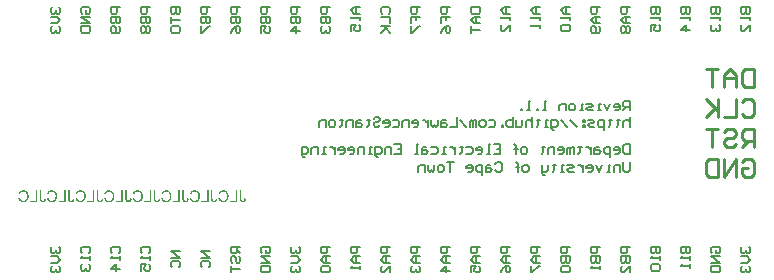
<source format=gbo>
G04*
G04 #@! TF.GenerationSoftware,Altium Limited,Altium Designer,20.0.10 (225)*
G04*
G04 Layer_Color=32896*
%FSLAX25Y25*%
%MOIN*%
G70*
G01*
G75*
%ADD10C,0.01000*%
%ADD13C,0.00600*%
G36*
X138519Y39960D02*
X138609Y39952D01*
X138700Y39941D01*
X138783Y39925D01*
X138866Y39909D01*
X138943Y39890D01*
X139013Y39869D01*
X139079Y39847D01*
X139141Y39823D01*
X139194Y39805D01*
X139242Y39783D01*
X139280Y39767D01*
X139312Y39751D01*
X139336Y39741D01*
X139349Y39733D01*
X139354Y39730D01*
X139432Y39685D01*
X139504Y39634D01*
X139571Y39581D01*
X139635Y39527D01*
X139693Y39471D01*
X139747Y39412D01*
X139795Y39359D01*
X139838Y39303D01*
X139878Y39252D01*
X139910Y39204D01*
X139939Y39161D01*
X139963Y39124D01*
X139982Y39094D01*
X139995Y39070D01*
X140003Y39057D01*
X140006Y39052D01*
X140046Y38966D01*
X140081Y38878D01*
X140110Y38790D01*
X140137Y38699D01*
X140158Y38611D01*
X140177Y38526D01*
X140193Y38443D01*
X140203Y38363D01*
X140214Y38288D01*
X140219Y38221D01*
X140225Y38160D01*
X140230Y38109D01*
Y38085D01*
Y38067D01*
X140233Y38048D01*
Y38034D01*
Y38024D01*
Y38016D01*
Y38010D01*
Y38008D01*
X140230Y37906D01*
X140225Y37808D01*
X140214Y37709D01*
X140201Y37615D01*
X140187Y37527D01*
X140169Y37442D01*
X140150Y37362D01*
X140131Y37290D01*
X140113Y37220D01*
X140097Y37161D01*
X140078Y37108D01*
X140065Y37063D01*
X140051Y37028D01*
X140041Y37001D01*
X140035Y36985D01*
X140032Y36983D01*
Y36980D01*
X139992Y36892D01*
X139950Y36812D01*
X139902Y36734D01*
X139854Y36665D01*
X139806Y36598D01*
X139758Y36539D01*
X139709Y36486D01*
X139661Y36435D01*
X139616Y36393D01*
X139576Y36355D01*
X139539Y36323D01*
X139507Y36299D01*
X139480Y36278D01*
X139459Y36262D01*
X139448Y36254D01*
X139443Y36251D01*
X139368Y36206D01*
X139288Y36168D01*
X139205Y36134D01*
X139119Y36107D01*
X139037Y36083D01*
X138951Y36061D01*
X138871Y36045D01*
X138791Y36032D01*
X138719Y36021D01*
X138649Y36013D01*
X138588Y36008D01*
X138535Y36005D01*
X138513Y36003D01*
X138492D01*
X138476Y36000D01*
X138433D01*
X138324Y36003D01*
X138217Y36013D01*
X138118Y36029D01*
X138022Y36051D01*
X137934Y36075D01*
X137851Y36104D01*
X137774Y36134D01*
X137702Y36163D01*
X137640Y36192D01*
X137584Y36222D01*
X137536Y36251D01*
X137496Y36275D01*
X137464Y36296D01*
X137440Y36312D01*
X137427Y36323D01*
X137421Y36326D01*
X137346Y36390D01*
X137277Y36462D01*
X137213Y36537D01*
X137154Y36614D01*
X137104Y36691D01*
X137056Y36772D01*
X137013Y36849D01*
X136975Y36926D01*
X136943Y36999D01*
X136917Y37065D01*
X136895Y37124D01*
X136877Y37178D01*
X136863Y37220D01*
X136858Y37236D01*
X136853Y37252D01*
X136850Y37263D01*
X136847Y37271D01*
X136845Y37276D01*
Y37279D01*
X137352Y37407D01*
X137373Y37319D01*
X137400Y37236D01*
X137429Y37161D01*
X137459Y37089D01*
X137493Y37025D01*
X137525Y36964D01*
X137560Y36911D01*
X137592Y36862D01*
X137624Y36820D01*
X137656Y36782D01*
X137683Y36750D01*
X137707Y36724D01*
X137726Y36705D01*
X137742Y36689D01*
X137752Y36681D01*
X137755Y36678D01*
X137811Y36636D01*
X137870Y36598D01*
X137931Y36566D01*
X137990Y36537D01*
X138051Y36515D01*
X138110Y36494D01*
X138169Y36478D01*
X138225Y36465D01*
X138276Y36457D01*
X138324Y36449D01*
X138366Y36443D01*
X138401Y36438D01*
X138433D01*
X138455Y36435D01*
X138473D01*
X138537Y36438D01*
X138601Y36443D01*
X138665Y36451D01*
X138724Y36465D01*
X138780Y36478D01*
X138834Y36491D01*
X138884Y36507D01*
X138933Y36526D01*
X138975Y36542D01*
X139013Y36558D01*
X139047Y36571D01*
X139074Y36587D01*
X139098Y36598D01*
X139114Y36606D01*
X139125Y36611D01*
X139127Y36614D01*
X139181Y36649D01*
X139232Y36689D01*
X139280Y36732D01*
X139322Y36774D01*
X139362Y36820D01*
X139397Y36865D01*
X139432Y36908D01*
X139459Y36953D01*
X139485Y36993D01*
X139507Y37031D01*
X139525Y37065D01*
X139541Y37097D01*
X139552Y37121D01*
X139560Y37140D01*
X139565Y37151D01*
X139568Y37156D01*
X139592Y37225D01*
X139613Y37298D01*
X139635Y37370D01*
X139651Y37444D01*
X139675Y37586D01*
X139685Y37655D01*
X139691Y37720D01*
X139699Y37781D01*
X139701Y37837D01*
X139704Y37885D01*
X139707Y37928D01*
X139709Y37962D01*
Y37989D01*
Y38005D01*
Y38010D01*
X139707Y38083D01*
X139704Y38152D01*
X139691Y38285D01*
X139683Y38350D01*
X139672Y38408D01*
X139661Y38467D01*
X139648Y38521D01*
X139637Y38568D01*
X139627Y38611D01*
X139616Y38651D01*
X139608Y38683D01*
X139600Y38710D01*
X139595Y38729D01*
X139589Y38742D01*
Y38745D01*
X139565Y38811D01*
X139536Y38873D01*
X139507Y38929D01*
X139474Y38985D01*
X139440Y39036D01*
X139405Y39081D01*
X139370Y39124D01*
X139336Y39164D01*
X139304Y39199D01*
X139272Y39228D01*
X139245Y39255D01*
X139221Y39276D01*
X139202Y39292D01*
X139186Y39303D01*
X139175Y39311D01*
X139173Y39314D01*
X139117Y39351D01*
X139055Y39383D01*
X138994Y39412D01*
X138933Y39436D01*
X138871Y39458D01*
X138810Y39476D01*
X138748Y39490D01*
X138692Y39500D01*
X138639Y39508D01*
X138588Y39516D01*
X138545Y39522D01*
X138508Y39524D01*
X138476Y39527D01*
X138433D01*
X138364Y39524D01*
X138294Y39519D01*
X138230Y39508D01*
X138172Y39498D01*
X138116Y39482D01*
X138062Y39466D01*
X138014Y39450D01*
X137969Y39431D01*
X137931Y39412D01*
X137897Y39396D01*
X137864Y39380D01*
X137840Y39364D01*
X137822Y39353D01*
X137806Y39343D01*
X137798Y39338D01*
X137795Y39335D01*
X137750Y39297D01*
X137704Y39255D01*
X137664Y39209D01*
X137627Y39159D01*
X137592Y39111D01*
X137560Y39060D01*
X137533Y39009D01*
X137507Y38958D01*
X137483Y38913D01*
X137464Y38868D01*
X137445Y38830D01*
X137432Y38796D01*
X137421Y38766D01*
X137413Y38745D01*
X137411Y38731D01*
X137408Y38726D01*
X136909Y38844D01*
X136941Y38940D01*
X136975Y39031D01*
X137015Y39116D01*
X137058Y39196D01*
X137104Y39271D01*
X137149Y39338D01*
X137194Y39399D01*
X137240Y39455D01*
X137282Y39506D01*
X137322Y39548D01*
X137360Y39583D01*
X137392Y39615D01*
X137419Y39639D01*
X137440Y39655D01*
X137451Y39666D01*
X137456Y39669D01*
X137531Y39719D01*
X137611Y39765D01*
X137691Y39805D01*
X137774Y39840D01*
X137854Y39866D01*
X137934Y39890D01*
X138014Y39909D01*
X138089Y39925D01*
X138158Y39938D01*
X138222Y39946D01*
X138278Y39954D01*
X138329Y39957D01*
X138369Y39960D01*
X138385Y39962D01*
X138425D01*
X138519Y39960D01*
D02*
G37*
G36*
X128997D02*
X129088Y39952D01*
X129179Y39941D01*
X129262Y39925D01*
X129344Y39909D01*
X129422Y39890D01*
X129491Y39869D01*
X129558Y39847D01*
X129620Y39823D01*
X129673Y39805D01*
X129721Y39783D01*
X129758Y39767D01*
X129790Y39751D01*
X129815Y39741D01*
X129828Y39733D01*
X129833Y39730D01*
X129911Y39685D01*
X129983Y39634D01*
X130049Y39581D01*
X130113Y39527D01*
X130172Y39471D01*
X130226Y39412D01*
X130274Y39359D01*
X130316Y39303D01*
X130357Y39252D01*
X130388Y39204D01*
X130418Y39161D01*
X130442Y39124D01*
X130461Y39094D01*
X130474Y39070D01*
X130482Y39057D01*
X130485Y39052D01*
X130525Y38966D01*
X130559Y38878D01*
X130589Y38790D01*
X130615Y38699D01*
X130637Y38611D01*
X130656Y38526D01*
X130672Y38443D01*
X130682Y38363D01*
X130693Y38288D01*
X130698Y38221D01*
X130704Y38160D01*
X130709Y38109D01*
Y38085D01*
Y38067D01*
X130712Y38048D01*
Y38034D01*
Y38024D01*
Y38016D01*
Y38010D01*
Y38008D01*
X130709Y37906D01*
X130704Y37808D01*
X130693Y37709D01*
X130680Y37615D01*
X130666Y37527D01*
X130648Y37442D01*
X130629Y37362D01*
X130610Y37290D01*
X130591Y37220D01*
X130575Y37161D01*
X130557Y37108D01*
X130543Y37063D01*
X130530Y37028D01*
X130519Y37001D01*
X130514Y36985D01*
X130511Y36983D01*
Y36980D01*
X130471Y36892D01*
X130429Y36812D01*
X130380Y36734D01*
X130332Y36665D01*
X130284Y36598D01*
X130236Y36539D01*
X130188Y36486D01*
X130140Y36435D01*
X130095Y36393D01*
X130055Y36355D01*
X130017Y36323D01*
X129985Y36299D01*
X129959Y36278D01*
X129937Y36262D01*
X129927Y36254D01*
X129921Y36251D01*
X129847Y36206D01*
X129766Y36168D01*
X129684Y36134D01*
X129598Y36107D01*
X129515Y36083D01*
X129430Y36061D01*
X129350Y36045D01*
X129270Y36032D01*
X129198Y36021D01*
X129128Y36013D01*
X129067Y36008D01*
X129014Y36005D01*
X128992Y36003D01*
X128971D01*
X128955Y36000D01*
X128912D01*
X128803Y36003D01*
X128696Y36013D01*
X128597Y36029D01*
X128501Y36051D01*
X128413Y36075D01*
X128330Y36104D01*
X128252Y36134D01*
X128180Y36163D01*
X128119Y36192D01*
X128063Y36222D01*
X128015Y36251D01*
X127975Y36275D01*
X127943Y36296D01*
X127919Y36312D01*
X127905Y36323D01*
X127900Y36326D01*
X127825Y36390D01*
X127756Y36462D01*
X127692Y36537D01*
X127633Y36614D01*
X127582Y36691D01*
X127534Y36772D01*
X127492Y36849D01*
X127454Y36926D01*
X127422Y36999D01*
X127395Y37065D01*
X127374Y37124D01*
X127355Y37178D01*
X127342Y37220D01*
X127337Y37236D01*
X127331Y37252D01*
X127329Y37263D01*
X127326Y37271D01*
X127323Y37276D01*
Y37279D01*
X127831Y37407D01*
X127852Y37319D01*
X127879Y37236D01*
X127908Y37161D01*
X127937Y37089D01*
X127972Y37025D01*
X128004Y36964D01*
X128039Y36911D01*
X128071Y36862D01*
X128103Y36820D01*
X128135Y36782D01*
X128162Y36750D01*
X128186Y36724D01*
X128204Y36705D01*
X128220Y36689D01*
X128231Y36681D01*
X128234Y36678D01*
X128290Y36636D01*
X128349Y36598D01*
X128410Y36566D01*
X128469Y36537D01*
X128530Y36515D01*
X128589Y36494D01*
X128648Y36478D01*
X128704Y36465D01*
X128754Y36457D01*
X128803Y36449D01*
X128845Y36443D01*
X128880Y36438D01*
X128912D01*
X128933Y36435D01*
X128952D01*
X129016Y36438D01*
X129080Y36443D01*
X129144Y36451D01*
X129203Y36465D01*
X129259Y36478D01*
X129313Y36491D01*
X129363Y36507D01*
X129411Y36526D01*
X129454Y36542D01*
X129491Y36558D01*
X129526Y36571D01*
X129553Y36587D01*
X129577Y36598D01*
X129593Y36606D01*
X129604Y36611D01*
X129606Y36614D01*
X129660Y36649D01*
X129710Y36689D01*
X129758Y36732D01*
X129801Y36774D01*
X129841Y36820D01*
X129876Y36865D01*
X129911Y36908D01*
X129937Y36953D01*
X129964Y36993D01*
X129985Y37031D01*
X130004Y37065D01*
X130020Y37097D01*
X130031Y37121D01*
X130039Y37140D01*
X130044Y37151D01*
X130047Y37156D01*
X130071Y37225D01*
X130092Y37298D01*
X130113Y37370D01*
X130130Y37444D01*
X130154Y37586D01*
X130164Y37655D01*
X130170Y37720D01*
X130178Y37781D01*
X130180Y37837D01*
X130183Y37885D01*
X130186Y37928D01*
X130188Y37962D01*
Y37989D01*
Y38005D01*
Y38010D01*
X130186Y38083D01*
X130183Y38152D01*
X130170Y38285D01*
X130162Y38350D01*
X130151Y38408D01*
X130140Y38467D01*
X130127Y38521D01*
X130116Y38568D01*
X130105Y38611D01*
X130095Y38651D01*
X130087Y38683D01*
X130079Y38710D01*
X130073Y38729D01*
X130068Y38742D01*
Y38745D01*
X130044Y38811D01*
X130015Y38873D01*
X129985Y38929D01*
X129953Y38985D01*
X129919Y39036D01*
X129884Y39081D01*
X129849Y39124D01*
X129815Y39164D01*
X129782Y39199D01*
X129750Y39228D01*
X129724Y39255D01*
X129700Y39276D01*
X129681Y39292D01*
X129665Y39303D01*
X129654Y39311D01*
X129652Y39314D01*
X129595Y39351D01*
X129534Y39383D01*
X129473Y39412D01*
X129411Y39436D01*
X129350Y39458D01*
X129288Y39476D01*
X129227Y39490D01*
X129171Y39500D01*
X129118Y39508D01*
X129067Y39516D01*
X129024Y39522D01*
X128987Y39524D01*
X128955Y39527D01*
X128912D01*
X128843Y39524D01*
X128773Y39519D01*
X128709Y39508D01*
X128650Y39498D01*
X128594Y39482D01*
X128541Y39466D01*
X128493Y39450D01*
X128447Y39431D01*
X128410Y39412D01*
X128375Y39396D01*
X128343Y39380D01*
X128319Y39364D01*
X128301Y39353D01*
X128285Y39343D01*
X128277Y39338D01*
X128274Y39335D01*
X128228Y39297D01*
X128183Y39255D01*
X128143Y39209D01*
X128106Y39159D01*
X128071Y39111D01*
X128039Y39060D01*
X128012Y39009D01*
X127986Y38958D01*
X127962Y38913D01*
X127943Y38868D01*
X127924Y38830D01*
X127911Y38796D01*
X127900Y38766D01*
X127892Y38745D01*
X127889Y38731D01*
X127887Y38726D01*
X127387Y38844D01*
X127419Y38940D01*
X127454Y39031D01*
X127494Y39116D01*
X127537Y39196D01*
X127582Y39271D01*
X127628Y39338D01*
X127673Y39399D01*
X127718Y39455D01*
X127761Y39506D01*
X127801Y39548D01*
X127839Y39583D01*
X127871Y39615D01*
X127897Y39639D01*
X127919Y39655D01*
X127929Y39666D01*
X127935Y39669D01*
X128009Y39719D01*
X128090Y39765D01*
X128170Y39805D01*
X128252Y39840D01*
X128333Y39866D01*
X128413Y39890D01*
X128493Y39909D01*
X128568Y39925D01*
X128637Y39938D01*
X128701Y39946D01*
X128757Y39954D01*
X128808Y39957D01*
X128848Y39960D01*
X128864Y39962D01*
X128904D01*
X128997Y39960D01*
D02*
G37*
G36*
X119476D02*
X119567Y39952D01*
X119658Y39941D01*
X119741Y39925D01*
X119823Y39909D01*
X119901Y39890D01*
X119970Y39869D01*
X120037Y39847D01*
X120098Y39823D01*
X120152Y39805D01*
X120200Y39783D01*
X120237Y39767D01*
X120269Y39751D01*
X120293Y39741D01*
X120307Y39733D01*
X120312Y39730D01*
X120389Y39685D01*
X120461Y39634D01*
X120528Y39581D01*
X120592Y39527D01*
X120651Y39471D01*
X120704Y39412D01*
X120753Y39359D01*
X120795Y39303D01*
X120835Y39252D01*
X120867Y39204D01*
X120897Y39161D01*
X120921Y39124D01*
X120939Y39094D01*
X120953Y39070D01*
X120961Y39057D01*
X120963Y39052D01*
X121003Y38966D01*
X121038Y38878D01*
X121068Y38790D01*
X121094Y38699D01*
X121116Y38611D01*
X121134Y38526D01*
X121150Y38443D01*
X121161Y38363D01*
X121172Y38288D01*
X121177Y38221D01*
X121182Y38160D01*
X121188Y38109D01*
Y38085D01*
Y38067D01*
X121190Y38048D01*
Y38034D01*
Y38024D01*
Y38016D01*
Y38010D01*
Y38008D01*
X121188Y37906D01*
X121182Y37808D01*
X121172Y37709D01*
X121158Y37615D01*
X121145Y37527D01*
X121126Y37442D01*
X121108Y37362D01*
X121089Y37290D01*
X121070Y37220D01*
X121054Y37161D01*
X121036Y37108D01*
X121022Y37063D01*
X121009Y37028D01*
X120998Y37001D01*
X120993Y36985D01*
X120990Y36983D01*
Y36980D01*
X120950Y36892D01*
X120907Y36812D01*
X120859Y36734D01*
X120811Y36665D01*
X120763Y36598D01*
X120715Y36539D01*
X120667Y36486D01*
X120619Y36435D01*
X120574Y36393D01*
X120534Y36355D01*
X120496Y36323D01*
X120464Y36299D01*
X120437Y36278D01*
X120416Y36262D01*
X120405Y36254D01*
X120400Y36251D01*
X120325Y36206D01*
X120245Y36168D01*
X120162Y36134D01*
X120077Y36107D01*
X119994Y36083D01*
X119909Y36061D01*
X119829Y36045D01*
X119749Y36032D01*
X119676Y36021D01*
X119607Y36013D01*
X119546Y36008D01*
X119492Y36005D01*
X119471Y36003D01*
X119449D01*
X119433Y36000D01*
X119391D01*
X119281Y36003D01*
X119175Y36013D01*
X119076Y36029D01*
X118980Y36051D01*
X118892Y36075D01*
X118809Y36104D01*
X118731Y36134D01*
X118659Y36163D01*
X118598Y36192D01*
X118542Y36222D01*
X118494Y36251D01*
X118454Y36275D01*
X118422Y36296D01*
X118397Y36312D01*
X118384Y36323D01*
X118379Y36326D01*
X118304Y36390D01*
X118235Y36462D01*
X118171Y36537D01*
X118112Y36614D01*
X118061Y36691D01*
X118013Y36772D01*
X117970Y36849D01*
X117933Y36926D01*
X117901Y36999D01*
X117874Y37065D01*
X117853Y37124D01*
X117834Y37178D01*
X117821Y37220D01*
X117815Y37236D01*
X117810Y37252D01*
X117807Y37263D01*
X117805Y37271D01*
X117802Y37276D01*
Y37279D01*
X118309Y37407D01*
X118331Y37319D01*
X118358Y37236D01*
X118387Y37161D01*
X118416Y37089D01*
X118451Y37025D01*
X118483Y36964D01*
X118518Y36911D01*
X118550Y36862D01*
X118582Y36820D01*
X118614Y36782D01*
X118640Y36750D01*
X118665Y36724D01*
X118683Y36705D01*
X118699Y36689D01*
X118710Y36681D01*
X118713Y36678D01*
X118769Y36636D01*
X118827Y36598D01*
X118889Y36566D01*
X118948Y36537D01*
X119009Y36515D01*
X119068Y36494D01*
X119126Y36478D01*
X119183Y36465D01*
X119233Y36457D01*
X119281Y36449D01*
X119324Y36443D01*
X119359Y36438D01*
X119391D01*
X119412Y36435D01*
X119431D01*
X119495Y36438D01*
X119559Y36443D01*
X119623Y36451D01*
X119682Y36465D01*
X119738Y36478D01*
X119791Y36491D01*
X119842Y36507D01*
X119890Y36526D01*
X119933Y36542D01*
X119970Y36558D01*
X120005Y36571D01*
X120032Y36587D01*
X120056Y36598D01*
X120072Y36606D01*
X120082Y36611D01*
X120085Y36614D01*
X120138Y36649D01*
X120189Y36689D01*
X120237Y36732D01*
X120280Y36774D01*
X120320Y36820D01*
X120355Y36865D01*
X120389Y36908D01*
X120416Y36953D01*
X120443Y36993D01*
X120464Y37031D01*
X120483Y37065D01*
X120499Y37097D01*
X120510Y37121D01*
X120518Y37140D01*
X120523Y37151D01*
X120526Y37156D01*
X120550Y37225D01*
X120571Y37298D01*
X120592Y37370D01*
X120608Y37444D01*
X120632Y37586D01*
X120643Y37655D01*
X120648Y37720D01*
X120656Y37781D01*
X120659Y37837D01*
X120662Y37885D01*
X120664Y37928D01*
X120667Y37962D01*
Y37989D01*
Y38005D01*
Y38010D01*
X120664Y38083D01*
X120662Y38152D01*
X120648Y38285D01*
X120640Y38350D01*
X120630Y38408D01*
X120619Y38467D01*
X120606Y38521D01*
X120595Y38568D01*
X120584Y38611D01*
X120574Y38651D01*
X120566Y38683D01*
X120558Y38710D01*
X120552Y38729D01*
X120547Y38742D01*
Y38745D01*
X120523Y38811D01*
X120493Y38873D01*
X120464Y38929D01*
X120432Y38985D01*
X120397Y39036D01*
X120363Y39081D01*
X120328Y39124D01*
X120293Y39164D01*
X120261Y39199D01*
X120229Y39228D01*
X120203Y39255D01*
X120178Y39276D01*
X120160Y39292D01*
X120144Y39303D01*
X120133Y39311D01*
X120130Y39314D01*
X120074Y39351D01*
X120013Y39383D01*
X119951Y39412D01*
X119890Y39436D01*
X119829Y39458D01*
X119767Y39476D01*
X119706Y39490D01*
X119650Y39500D01*
X119596Y39508D01*
X119546Y39516D01*
X119503Y39522D01*
X119465Y39524D01*
X119433Y39527D01*
X119391D01*
X119321Y39524D01*
X119252Y39519D01*
X119188Y39508D01*
X119129Y39498D01*
X119073Y39482D01*
X119020Y39466D01*
X118972Y39450D01*
X118926Y39431D01*
X118889Y39412D01*
X118854Y39396D01*
X118822Y39380D01*
X118798Y39364D01*
X118779Y39353D01*
X118763Y39343D01*
X118755Y39338D01*
X118753Y39335D01*
X118707Y39297D01*
X118662Y39255D01*
X118622Y39209D01*
X118584Y39159D01*
X118550Y39111D01*
X118518Y39060D01*
X118491Y39009D01*
X118464Y38958D01*
X118440Y38913D01*
X118422Y38868D01*
X118403Y38830D01*
X118389Y38796D01*
X118379Y38766D01*
X118371Y38745D01*
X118368Y38731D01*
X118366Y38726D01*
X117866Y38844D01*
X117898Y38940D01*
X117933Y39031D01*
X117973Y39116D01*
X118016Y39196D01*
X118061Y39271D01*
X118106Y39338D01*
X118152Y39399D01*
X118197Y39455D01*
X118240Y39506D01*
X118280Y39548D01*
X118317Y39583D01*
X118350Y39615D01*
X118376Y39639D01*
X118397Y39655D01*
X118408Y39666D01*
X118414Y39669D01*
X118488Y39719D01*
X118568Y39765D01*
X118649Y39805D01*
X118731Y39840D01*
X118811Y39866D01*
X118892Y39890D01*
X118972Y39909D01*
X119046Y39925D01*
X119116Y39938D01*
X119180Y39946D01*
X119236Y39954D01*
X119287Y39957D01*
X119327Y39960D01*
X119343Y39962D01*
X119383D01*
X119476Y39960D01*
D02*
G37*
G36*
X109955Y39960D02*
X110046Y39952D01*
X110137Y39941D01*
X110219Y39925D01*
X110302Y39909D01*
X110380Y39890D01*
X110449Y39869D01*
X110516Y39847D01*
X110577Y39823D01*
X110631Y39805D01*
X110679Y39783D01*
X110716Y39767D01*
X110748Y39751D01*
X110772Y39741D01*
X110785Y39733D01*
X110791Y39730D01*
X110868Y39685D01*
X110940Y39634D01*
X111007Y39581D01*
X111071Y39527D01*
X111130Y39471D01*
X111183Y39412D01*
X111231Y39359D01*
X111274Y39303D01*
X111314Y39252D01*
X111346Y39204D01*
X111375Y39161D01*
X111399Y39124D01*
X111418Y39094D01*
X111432Y39070D01*
X111440Y39057D01*
X111442Y39052D01*
X111482Y38966D01*
X111517Y38878D01*
X111546Y38790D01*
X111573Y38699D01*
X111594Y38611D01*
X111613Y38526D01*
X111629Y38443D01*
X111640Y38363D01*
X111651Y38288D01*
X111656Y38221D01*
X111661Y38160D01*
X111667Y38109D01*
Y38085D01*
Y38067D01*
X111669Y38048D01*
Y38034D01*
Y38024D01*
Y38016D01*
Y38010D01*
Y38008D01*
X111667Y37906D01*
X111661Y37808D01*
X111651Y37709D01*
X111637Y37615D01*
X111624Y37527D01*
X111605Y37442D01*
X111586Y37362D01*
X111568Y37290D01*
X111549Y37220D01*
X111533Y37161D01*
X111514Y37108D01*
X111501Y37063D01*
X111488Y37028D01*
X111477Y37001D01*
X111472Y36985D01*
X111469Y36983D01*
Y36980D01*
X111429Y36892D01*
X111386Y36812D01*
X111338Y36734D01*
X111290Y36665D01*
X111242Y36598D01*
X111194Y36539D01*
X111146Y36486D01*
X111098Y36435D01*
X111052Y36393D01*
X111012Y36355D01*
X110975Y36323D01*
X110943Y36299D01*
X110916Y36278D01*
X110895Y36262D01*
X110884Y36254D01*
X110879Y36251D01*
X110804Y36206D01*
X110724Y36168D01*
X110641Y36134D01*
X110556Y36107D01*
X110473Y36083D01*
X110388Y36061D01*
X110307Y36045D01*
X110227Y36032D01*
X110155Y36021D01*
X110086Y36013D01*
X110024Y36008D01*
X109971Y36005D01*
X109950Y36003D01*
X109928D01*
X109912Y36000D01*
X109870D01*
X109760Y36003D01*
X109653Y36013D01*
X109555Y36029D01*
X109458Y36051D01*
X109370Y36075D01*
X109288Y36104D01*
X109210Y36134D01*
X109138Y36163D01*
X109077Y36192D01*
X109020Y36222D01*
X108972Y36251D01*
X108932Y36275D01*
X108900Y36296D01*
X108876Y36312D01*
X108863Y36323D01*
X108858Y36326D01*
X108783Y36390D01*
X108713Y36462D01*
X108649Y36537D01*
X108591Y36614D01*
X108540Y36691D01*
X108492Y36772D01*
X108449Y36849D01*
X108412Y36926D01*
X108380Y36999D01*
X108353Y37065D01*
X108332Y37124D01*
X108313Y37178D01*
X108300Y37220D01*
X108294Y37236D01*
X108289Y37252D01*
X108286Y37263D01*
X108284Y37271D01*
X108281Y37276D01*
Y37279D01*
X108788Y37407D01*
X108810Y37319D01*
X108836Y37236D01*
X108866Y37161D01*
X108895Y37089D01*
X108930Y37025D01*
X108962Y36964D01*
X108996Y36911D01*
X109028Y36862D01*
X109061Y36820D01*
X109093Y36782D01*
X109119Y36750D01*
X109143Y36724D01*
X109162Y36705D01*
X109178Y36689D01*
X109189Y36681D01*
X109191Y36678D01*
X109248Y36635D01*
X109306Y36598D01*
X109368Y36566D01*
X109426Y36537D01*
X109488Y36515D01*
X109546Y36494D01*
X109605Y36478D01*
X109661Y36465D01*
X109712Y36457D01*
X109760Y36449D01*
X109803Y36443D01*
X109837Y36438D01*
X109870D01*
X109891Y36435D01*
X109910D01*
X109974Y36438D01*
X110038Y36443D01*
X110102Y36451D01*
X110161Y36465D01*
X110217Y36478D01*
X110270Y36491D01*
X110321Y36507D01*
X110369Y36526D01*
X110412Y36542D01*
X110449Y36558D01*
X110484Y36571D01*
X110510Y36587D01*
X110534Y36598D01*
X110550Y36606D01*
X110561Y36611D01*
X110564Y36614D01*
X110617Y36649D01*
X110668Y36689D01*
X110716Y36732D01*
X110759Y36774D01*
X110799Y36820D01*
X110833Y36865D01*
X110868Y36908D01*
X110895Y36953D01*
X110922Y36993D01*
X110943Y37031D01*
X110962Y37065D01*
X110978Y37097D01*
X110988Y37121D01*
X110996Y37140D01*
X111002Y37151D01*
X111004Y37156D01*
X111028Y37225D01*
X111050Y37298D01*
X111071Y37370D01*
X111087Y37444D01*
X111111Y37586D01*
X111122Y37655D01*
X111127Y37720D01*
X111135Y37781D01*
X111138Y37837D01*
X111141Y37885D01*
X111143Y37928D01*
X111146Y37962D01*
Y37989D01*
Y38005D01*
Y38010D01*
X111143Y38083D01*
X111141Y38152D01*
X111127Y38285D01*
X111119Y38350D01*
X111108Y38408D01*
X111098Y38467D01*
X111084Y38521D01*
X111074Y38568D01*
X111063Y38611D01*
X111052Y38651D01*
X111044Y38683D01*
X111036Y38710D01*
X111031Y38729D01*
X111026Y38742D01*
Y38745D01*
X111002Y38811D01*
X110972Y38873D01*
X110943Y38929D01*
X110911Y38985D01*
X110876Y39036D01*
X110841Y39081D01*
X110807Y39124D01*
X110772Y39164D01*
X110740Y39199D01*
X110708Y39228D01*
X110681Y39255D01*
X110657Y39276D01*
X110638Y39292D01*
X110623Y39303D01*
X110612Y39311D01*
X110609Y39314D01*
X110553Y39351D01*
X110492Y39383D01*
X110430Y39412D01*
X110369Y39436D01*
X110307Y39458D01*
X110246Y39476D01*
X110185Y39490D01*
X110128Y39500D01*
X110075Y39508D01*
X110024Y39516D01*
X109982Y39522D01*
X109944Y39524D01*
X109912Y39527D01*
X109870D01*
X109800Y39524D01*
X109731Y39519D01*
X109667Y39508D01*
X109608Y39498D01*
X109552Y39482D01*
X109498Y39466D01*
X109450Y39450D01*
X109405Y39431D01*
X109368Y39412D01*
X109333Y39396D01*
X109301Y39380D01*
X109277Y39364D01*
X109258Y39353D01*
X109242Y39343D01*
X109234Y39338D01*
X109231Y39335D01*
X109186Y39297D01*
X109141Y39255D01*
X109101Y39209D01*
X109063Y39159D01*
X109028Y39110D01*
X108996Y39060D01*
X108970Y39009D01*
X108943Y38958D01*
X108919Y38913D01*
X108900Y38868D01*
X108882Y38830D01*
X108868Y38796D01*
X108858Y38766D01*
X108850Y38745D01*
X108847Y38731D01*
X108844Y38726D01*
X108345Y38844D01*
X108377Y38940D01*
X108412Y39030D01*
X108452Y39116D01*
X108494Y39196D01*
X108540Y39271D01*
X108585Y39338D01*
X108631Y39399D01*
X108676Y39455D01*
X108719Y39506D01*
X108759Y39548D01*
X108796Y39583D01*
X108828Y39615D01*
X108855Y39639D01*
X108876Y39655D01*
X108887Y39666D01*
X108892Y39669D01*
X108967Y39719D01*
X109047Y39765D01*
X109127Y39805D01*
X109210Y39839D01*
X109290Y39866D01*
X109370Y39890D01*
X109450Y39909D01*
X109525Y39925D01*
X109595Y39938D01*
X109659Y39946D01*
X109715Y39954D01*
X109765Y39957D01*
X109806Y39960D01*
X109821Y39962D01*
X109862D01*
X109955Y39960D01*
D02*
G37*
G36*
X100434D02*
X100525Y39952D01*
X100615Y39941D01*
X100698Y39925D01*
X100781Y39909D01*
X100858Y39890D01*
X100928Y39869D01*
X100995Y39847D01*
X101056Y39823D01*
X101109Y39805D01*
X101157Y39783D01*
X101195Y39767D01*
X101227Y39751D01*
X101251Y39741D01*
X101264Y39733D01*
X101269Y39730D01*
X101347Y39685D01*
X101419Y39634D01*
X101486Y39581D01*
X101550Y39527D01*
X101609Y39471D01*
X101662Y39412D01*
X101710Y39359D01*
X101753Y39303D01*
X101793Y39252D01*
X101825Y39204D01*
X101854Y39161D01*
X101878Y39124D01*
X101897Y39094D01*
X101910Y39070D01*
X101918Y39057D01*
X101921Y39052D01*
X101961Y38966D01*
X101996Y38878D01*
X102025Y38790D01*
X102052Y38699D01*
X102073Y38611D01*
X102092Y38526D01*
X102108Y38443D01*
X102119Y38363D01*
X102129Y38288D01*
X102135Y38221D01*
X102140Y38160D01*
X102145Y38109D01*
Y38085D01*
Y38067D01*
X102148Y38048D01*
Y38034D01*
Y38024D01*
Y38016D01*
Y38010D01*
Y38008D01*
X102145Y37906D01*
X102140Y37808D01*
X102129Y37709D01*
X102116Y37615D01*
X102102Y37527D01*
X102084Y37442D01*
X102065Y37362D01*
X102047Y37290D01*
X102028Y37220D01*
X102012Y37161D01*
X101993Y37108D01*
X101980Y37063D01*
X101966Y37028D01*
X101956Y37001D01*
X101950Y36985D01*
X101948Y36983D01*
Y36980D01*
X101908Y36892D01*
X101865Y36812D01*
X101817Y36734D01*
X101769Y36665D01*
X101721Y36598D01*
X101673Y36539D01*
X101625Y36486D01*
X101576Y36435D01*
X101531Y36393D01*
X101491Y36355D01*
X101454Y36323D01*
X101422Y36299D01*
X101395Y36278D01*
X101374Y36262D01*
X101363Y36254D01*
X101358Y36251D01*
X101283Y36206D01*
X101203Y36168D01*
X101120Y36134D01*
X101034Y36107D01*
X100952Y36083D01*
X100866Y36061D01*
X100786Y36045D01*
X100706Y36032D01*
X100634Y36021D01*
X100565Y36013D01*
X100503Y36008D01*
X100450Y36005D01*
X100428Y36003D01*
X100407D01*
X100391Y36000D01*
X100348D01*
X100239Y36003D01*
X100132Y36013D01*
X100033Y36029D01*
X99937Y36051D01*
X99849Y36075D01*
X99766Y36104D01*
X99689Y36134D01*
X99617Y36163D01*
X99555Y36192D01*
X99499Y36222D01*
X99451Y36251D01*
X99411Y36275D01*
X99379Y36296D01*
X99355Y36312D01*
X99342Y36323D01*
X99336Y36326D01*
X99262Y36390D01*
X99192Y36462D01*
X99128Y36537D01*
X99069Y36614D01*
X99019Y36691D01*
X98971Y36772D01*
X98928Y36849D01*
X98891Y36926D01*
X98858Y36999D01*
X98832Y37065D01*
X98810Y37124D01*
X98792Y37178D01*
X98778Y37220D01*
X98773Y37236D01*
X98768Y37252D01*
X98765Y37263D01*
X98762Y37271D01*
X98760Y37276D01*
Y37279D01*
X99267Y37407D01*
X99288Y37319D01*
X99315Y37236D01*
X99344Y37161D01*
X99374Y37089D01*
X99409Y37025D01*
X99440Y36964D01*
X99475Y36911D01*
X99507Y36862D01*
X99539Y36820D01*
X99571Y36782D01*
X99598Y36750D01*
X99622Y36724D01*
X99641Y36705D01*
X99657Y36689D01*
X99668Y36681D01*
X99670Y36678D01*
X99726Y36635D01*
X99785Y36598D01*
X99846Y36566D01*
X99905Y36537D01*
X99967Y36515D01*
X100025Y36494D01*
X100084Y36478D01*
X100140Y36465D01*
X100191Y36457D01*
X100239Y36449D01*
X100282Y36443D01*
X100316Y36438D01*
X100348D01*
X100370Y36435D01*
X100388D01*
X100452Y36438D01*
X100516Y36443D01*
X100581Y36451D01*
X100639Y36465D01*
X100695Y36478D01*
X100749Y36491D01*
X100800Y36507D01*
X100848Y36526D01*
X100890Y36542D01*
X100928Y36558D01*
X100962Y36571D01*
X100989Y36587D01*
X101013Y36598D01*
X101029Y36606D01*
X101040Y36611D01*
X101042Y36614D01*
X101096Y36649D01*
X101147Y36689D01*
X101195Y36732D01*
X101237Y36774D01*
X101277Y36820D01*
X101312Y36865D01*
X101347Y36908D01*
X101374Y36953D01*
X101400Y36993D01*
X101422Y37031D01*
X101440Y37065D01*
X101456Y37097D01*
X101467Y37121D01*
X101475Y37140D01*
X101480Y37151D01*
X101483Y37156D01*
X101507Y37225D01*
X101529Y37298D01*
X101550Y37370D01*
X101566Y37444D01*
X101590Y37586D01*
X101601Y37655D01*
X101606Y37720D01*
X101614Y37781D01*
X101617Y37837D01*
X101619Y37885D01*
X101622Y37928D01*
X101625Y37962D01*
Y37989D01*
Y38005D01*
Y38010D01*
X101622Y38083D01*
X101619Y38152D01*
X101606Y38285D01*
X101598Y38350D01*
X101587Y38408D01*
X101576Y38467D01*
X101563Y38521D01*
X101552Y38568D01*
X101542Y38611D01*
X101531Y38651D01*
X101523Y38683D01*
X101515Y38710D01*
X101510Y38729D01*
X101504Y38742D01*
Y38745D01*
X101480Y38811D01*
X101451Y38873D01*
X101422Y38929D01*
X101390Y38985D01*
X101355Y39036D01*
X101320Y39081D01*
X101286Y39124D01*
X101251Y39164D01*
X101219Y39199D01*
X101187Y39228D01*
X101160Y39255D01*
X101136Y39276D01*
X101117Y39292D01*
X101101Y39303D01*
X101091Y39311D01*
X101088Y39314D01*
X101032Y39351D01*
X100970Y39383D01*
X100909Y39412D01*
X100848Y39436D01*
X100786Y39458D01*
X100725Y39476D01*
X100663Y39490D01*
X100607Y39500D01*
X100554Y39508D01*
X100503Y39516D01*
X100461Y39522D01*
X100423Y39524D01*
X100391Y39527D01*
X100348D01*
X100279Y39524D01*
X100209Y39519D01*
X100145Y39508D01*
X100087Y39498D01*
X100031Y39482D01*
X99977Y39466D01*
X99929Y39450D01*
X99884Y39431D01*
X99846Y39412D01*
X99812Y39396D01*
X99780Y39380D01*
X99756Y39364D01*
X99737Y39353D01*
X99721Y39343D01*
X99713Y39338D01*
X99710Y39335D01*
X99665Y39297D01*
X99619Y39255D01*
X99579Y39209D01*
X99542Y39159D01*
X99507Y39110D01*
X99475Y39060D01*
X99449Y39009D01*
X99422Y38958D01*
X99398Y38913D01*
X99379Y38868D01*
X99360Y38830D01*
X99347Y38796D01*
X99336Y38766D01*
X99328Y38745D01*
X99326Y38731D01*
X99323Y38726D01*
X98824Y38844D01*
X98856Y38940D01*
X98891Y39030D01*
X98931Y39116D01*
X98973Y39196D01*
X99019Y39271D01*
X99064Y39338D01*
X99110Y39399D01*
X99155Y39455D01*
X99198Y39506D01*
X99238Y39548D01*
X99275Y39583D01*
X99307Y39615D01*
X99334Y39639D01*
X99355Y39655D01*
X99366Y39666D01*
X99371Y39669D01*
X99446Y39719D01*
X99526Y39765D01*
X99606Y39805D01*
X99689Y39839D01*
X99769Y39866D01*
X99849Y39890D01*
X99929Y39909D01*
X100004Y39925D01*
X100073Y39938D01*
X100137Y39946D01*
X100194Y39954D01*
X100244Y39957D01*
X100284Y39960D01*
X100300Y39962D01*
X100340D01*
X100434Y39960D01*
D02*
G37*
G36*
X90913D02*
X91003Y39952D01*
X91094Y39941D01*
X91177Y39925D01*
X91260Y39909D01*
X91337Y39890D01*
X91407Y39869D01*
X91473Y39847D01*
X91535Y39823D01*
X91588Y39805D01*
X91636Y39783D01*
X91673Y39767D01*
X91706Y39751D01*
X91730Y39741D01*
X91743Y39733D01*
X91748Y39730D01*
X91826Y39685D01*
X91898Y39634D01*
X91965Y39581D01*
X92029Y39527D01*
X92087Y39471D01*
X92141Y39412D01*
X92189Y39359D01*
X92232Y39303D01*
X92272Y39252D01*
X92304Y39204D01*
X92333Y39161D01*
X92357Y39124D01*
X92376Y39094D01*
X92389Y39070D01*
X92397Y39057D01*
X92400Y39052D01*
X92440Y38966D01*
X92475Y38878D01*
X92504Y38790D01*
X92531Y38699D01*
X92552Y38611D01*
X92571Y38526D01*
X92587Y38443D01*
X92597Y38363D01*
X92608Y38288D01*
X92613Y38221D01*
X92619Y38160D01*
X92624Y38109D01*
Y38085D01*
Y38067D01*
X92627Y38048D01*
Y38034D01*
Y38024D01*
Y38016D01*
Y38010D01*
Y38008D01*
X92624Y37906D01*
X92619Y37808D01*
X92608Y37709D01*
X92595Y37615D01*
X92581Y37527D01*
X92563Y37442D01*
X92544Y37362D01*
X92525Y37290D01*
X92507Y37220D01*
X92491Y37161D01*
X92472Y37108D01*
X92458Y37063D01*
X92445Y37028D01*
X92435Y37001D01*
X92429Y36985D01*
X92426Y36983D01*
Y36980D01*
X92386Y36892D01*
X92344Y36812D01*
X92296Y36734D01*
X92248Y36665D01*
X92199Y36598D01*
X92151Y36539D01*
X92103Y36486D01*
X92055Y36435D01*
X92010Y36393D01*
X91970Y36355D01*
X91932Y36323D01*
X91900Y36299D01*
X91874Y36278D01*
X91852Y36262D01*
X91842Y36254D01*
X91836Y36251D01*
X91762Y36206D01*
X91681Y36168D01*
X91599Y36134D01*
X91513Y36107D01*
X91430Y36083D01*
X91345Y36061D01*
X91265Y36045D01*
X91185Y36032D01*
X91113Y36021D01*
X91043Y36013D01*
X90982Y36008D01*
X90929Y36005D01*
X90907Y36003D01*
X90886D01*
X90870Y36000D01*
X90827D01*
X90718Y36003D01*
X90611Y36013D01*
X90512Y36029D01*
X90416Y36051D01*
X90328Y36075D01*
X90245Y36104D01*
X90168Y36134D01*
X90096Y36163D01*
X90034Y36192D01*
X89978Y36222D01*
X89930Y36251D01*
X89890Y36275D01*
X89858Y36296D01*
X89834Y36312D01*
X89820Y36323D01*
X89815Y36326D01*
X89740Y36390D01*
X89671Y36462D01*
X89607Y36537D01*
X89548Y36614D01*
X89498Y36691D01*
X89449Y36772D01*
X89407Y36849D01*
X89369Y36926D01*
X89337Y36999D01*
X89311Y37065D01*
X89289Y37124D01*
X89271Y37178D01*
X89257Y37220D01*
X89252Y37236D01*
X89246Y37252D01*
X89244Y37263D01*
X89241Y37271D01*
X89239Y37276D01*
Y37279D01*
X89746Y37407D01*
X89767Y37319D01*
X89794Y37236D01*
X89823Y37161D01*
X89853Y37089D01*
X89887Y37025D01*
X89919Y36964D01*
X89954Y36911D01*
X89986Y36862D01*
X90018Y36820D01*
X90050Y36782D01*
X90077Y36750D01*
X90101Y36724D01*
X90120Y36705D01*
X90136Y36689D01*
X90146Y36681D01*
X90149Y36678D01*
X90205Y36635D01*
X90264Y36598D01*
X90325Y36566D01*
X90384Y36537D01*
X90445Y36515D01*
X90504Y36494D01*
X90563Y36478D01*
X90619Y36465D01*
X90670Y36457D01*
X90718Y36449D01*
X90760Y36443D01*
X90795Y36438D01*
X90827D01*
X90848Y36435D01*
X90867D01*
X90931Y36438D01*
X90995Y36443D01*
X91059Y36451D01*
X91118Y36465D01*
X91174Y36478D01*
X91228Y36491D01*
X91278Y36507D01*
X91326Y36526D01*
X91369Y36542D01*
X91407Y36558D01*
X91441Y36571D01*
X91468Y36587D01*
X91492Y36598D01*
X91508Y36606D01*
X91519Y36611D01*
X91521Y36614D01*
X91575Y36649D01*
X91625Y36689D01*
X91673Y36732D01*
X91716Y36774D01*
X91756Y36820D01*
X91791Y36865D01*
X91826Y36908D01*
X91852Y36953D01*
X91879Y36993D01*
X91900Y37031D01*
X91919Y37065D01*
X91935Y37097D01*
X91946Y37121D01*
X91954Y37140D01*
X91959Y37151D01*
X91962Y37156D01*
X91986Y37225D01*
X92007Y37298D01*
X92029Y37370D01*
X92045Y37444D01*
X92069Y37586D01*
X92079Y37655D01*
X92085Y37720D01*
X92093Y37781D01*
X92095Y37837D01*
X92098Y37885D01*
X92101Y37928D01*
X92103Y37962D01*
Y37989D01*
Y38005D01*
Y38010D01*
X92101Y38083D01*
X92098Y38152D01*
X92085Y38285D01*
X92077Y38350D01*
X92066Y38408D01*
X92055Y38467D01*
X92042Y38521D01*
X92031Y38568D01*
X92021Y38611D01*
X92010Y38651D01*
X92002Y38683D01*
X91994Y38710D01*
X91989Y38729D01*
X91983Y38742D01*
Y38745D01*
X91959Y38811D01*
X91930Y38873D01*
X91900Y38929D01*
X91868Y38985D01*
X91834Y39036D01*
X91799Y39081D01*
X91764Y39124D01*
X91730Y39164D01*
X91698Y39199D01*
X91666Y39228D01*
X91639Y39255D01*
X91615Y39276D01*
X91596Y39292D01*
X91580Y39303D01*
X91569Y39311D01*
X91567Y39314D01*
X91511Y39351D01*
X91449Y39383D01*
X91388Y39412D01*
X91326Y39436D01*
X91265Y39458D01*
X91204Y39476D01*
X91142Y39490D01*
X91086Y39500D01*
X91033Y39508D01*
X90982Y39516D01*
X90939Y39522D01*
X90902Y39524D01*
X90870Y39527D01*
X90827D01*
X90758Y39524D01*
X90688Y39519D01*
X90624Y39508D01*
X90566Y39498D01*
X90509Y39482D01*
X90456Y39466D01*
X90408Y39450D01*
X90363Y39431D01*
X90325Y39412D01*
X90290Y39396D01*
X90258Y39380D01*
X90234Y39364D01*
X90216Y39353D01*
X90200Y39343D01*
X90192Y39338D01*
X90189Y39335D01*
X90144Y39297D01*
X90098Y39255D01*
X90058Y39209D01*
X90021Y39159D01*
X89986Y39110D01*
X89954Y39060D01*
X89927Y39009D01*
X89901Y38958D01*
X89877Y38913D01*
X89858Y38868D01*
X89839Y38830D01*
X89826Y38796D01*
X89815Y38766D01*
X89807Y38745D01*
X89805Y38731D01*
X89802Y38726D01*
X89302Y38844D01*
X89335Y38940D01*
X89369Y39030D01*
X89409Y39116D01*
X89452Y39196D01*
X89498Y39271D01*
X89543Y39338D01*
X89588Y39399D01*
X89634Y39455D01*
X89676Y39506D01*
X89716Y39548D01*
X89754Y39583D01*
X89786Y39615D01*
X89812Y39639D01*
X89834Y39655D01*
X89845Y39666D01*
X89850Y39669D01*
X89925Y39719D01*
X90005Y39765D01*
X90085Y39805D01*
X90168Y39839D01*
X90248Y39866D01*
X90328Y39890D01*
X90408Y39909D01*
X90483Y39925D01*
X90552Y39938D01*
X90616Y39946D01*
X90672Y39954D01*
X90723Y39957D01*
X90763Y39960D01*
X90779Y39962D01*
X90819D01*
X90913Y39960D01*
D02*
G37*
G36*
X81391D02*
X81482Y39952D01*
X81573Y39941D01*
X81656Y39925D01*
X81738Y39909D01*
X81816Y39890D01*
X81885Y39869D01*
X81952Y39847D01*
X82013Y39823D01*
X82067Y39805D01*
X82115Y39783D01*
X82152Y39767D01*
X82184Y39751D01*
X82208Y39741D01*
X82222Y39733D01*
X82227Y39730D01*
X82305Y39685D01*
X82377Y39634D01*
X82443Y39581D01*
X82507Y39527D01*
X82566Y39471D01*
X82620Y39412D01*
X82668Y39359D01*
X82710Y39303D01*
X82750Y39252D01*
X82782Y39204D01*
X82812Y39161D01*
X82836Y39124D01*
X82854Y39094D01*
X82868Y39070D01*
X82876Y39057D01*
X82879Y39052D01*
X82919Y38966D01*
X82953Y38878D01*
X82983Y38790D01*
X83009Y38699D01*
X83031Y38611D01*
X83049Y38526D01*
X83065Y38443D01*
X83076Y38363D01*
X83087Y38288D01*
X83092Y38221D01*
X83097Y38160D01*
X83103Y38109D01*
Y38085D01*
Y38067D01*
X83105Y38048D01*
Y38034D01*
Y38024D01*
Y38016D01*
Y38010D01*
Y38008D01*
X83103Y37906D01*
X83097Y37808D01*
X83087Y37709D01*
X83073Y37615D01*
X83060Y37527D01*
X83041Y37442D01*
X83023Y37362D01*
X83004Y37290D01*
X82985Y37220D01*
X82969Y37161D01*
X82951Y37108D01*
X82937Y37063D01*
X82924Y37028D01*
X82913Y37001D01*
X82908Y36985D01*
X82905Y36983D01*
Y36980D01*
X82865Y36892D01*
X82823Y36812D01*
X82774Y36734D01*
X82726Y36665D01*
X82678Y36598D01*
X82630Y36539D01*
X82582Y36486D01*
X82534Y36435D01*
X82489Y36393D01*
X82449Y36355D01*
X82411Y36323D01*
X82379Y36299D01*
X82353Y36278D01*
X82331Y36262D01*
X82320Y36254D01*
X82315Y36251D01*
X82240Y36206D01*
X82160Y36168D01*
X82077Y36134D01*
X81992Y36107D01*
X81909Y36083D01*
X81824Y36061D01*
X81744Y36045D01*
X81664Y36032D01*
X81592Y36021D01*
X81522Y36013D01*
X81461Y36008D01*
X81407Y36005D01*
X81386Y36003D01*
X81365D01*
X81349Y36000D01*
X81306D01*
X81196Y36003D01*
X81090Y36013D01*
X80991Y36029D01*
X80895Y36051D01*
X80807Y36075D01*
X80724Y36104D01*
X80646Y36134D01*
X80574Y36163D01*
X80513Y36192D01*
X80457Y36222D01*
X80409Y36251D01*
X80369Y36275D01*
X80337Y36296D01*
X80313Y36312D01*
X80299Y36323D01*
X80294Y36326D01*
X80219Y36390D01*
X80150Y36462D01*
X80086Y36537D01*
X80027Y36614D01*
X79976Y36691D01*
X79928Y36772D01*
X79886Y36849D01*
X79848Y36926D01*
X79816Y36999D01*
X79789Y37065D01*
X79768Y37124D01*
X79749Y37178D01*
X79736Y37220D01*
X79731Y37236D01*
X79725Y37252D01*
X79723Y37263D01*
X79720Y37271D01*
X79717Y37276D01*
Y37279D01*
X80225Y37407D01*
X80246Y37319D01*
X80273Y37236D01*
X80302Y37161D01*
X80331Y37089D01*
X80366Y37025D01*
X80398Y36964D01*
X80433Y36911D01*
X80465Y36862D01*
X80497Y36820D01*
X80529Y36782D01*
X80556Y36750D01*
X80580Y36724D01*
X80598Y36705D01*
X80614Y36689D01*
X80625Y36681D01*
X80628Y36678D01*
X80684Y36635D01*
X80743Y36598D01*
X80804Y36566D01*
X80863Y36537D01*
X80924Y36515D01*
X80983Y36494D01*
X81042Y36478D01*
X81098Y36465D01*
X81148Y36457D01*
X81196Y36449D01*
X81239Y36443D01*
X81274Y36438D01*
X81306D01*
X81327Y36435D01*
X81346D01*
X81410Y36438D01*
X81474Y36443D01*
X81538Y36451D01*
X81597Y36465D01*
X81653Y36478D01*
X81706Y36491D01*
X81757Y36507D01*
X81805Y36526D01*
X81848Y36542D01*
X81885Y36558D01*
X81920Y36571D01*
X81947Y36587D01*
X81971Y36598D01*
X81987Y36606D01*
X81997Y36611D01*
X82000Y36614D01*
X82054Y36649D01*
X82104Y36689D01*
X82152Y36732D01*
X82195Y36774D01*
X82235Y36820D01*
X82270Y36865D01*
X82305Y36908D01*
X82331Y36953D01*
X82358Y36993D01*
X82379Y37031D01*
X82398Y37065D01*
X82414Y37097D01*
X82425Y37121D01*
X82433Y37140D01*
X82438Y37151D01*
X82441Y37156D01*
X82465Y37225D01*
X82486Y37298D01*
X82507Y37370D01*
X82523Y37444D01*
X82547Y37586D01*
X82558Y37655D01*
X82564Y37720D01*
X82572Y37781D01*
X82574Y37837D01*
X82577Y37885D01*
X82579Y37928D01*
X82582Y37962D01*
Y37989D01*
Y38005D01*
Y38010D01*
X82579Y38083D01*
X82577Y38152D01*
X82564Y38285D01*
X82556Y38350D01*
X82545Y38408D01*
X82534Y38467D01*
X82521Y38521D01*
X82510Y38568D01*
X82499Y38611D01*
X82489Y38651D01*
X82481Y38683D01*
X82473Y38710D01*
X82467Y38729D01*
X82462Y38742D01*
Y38745D01*
X82438Y38811D01*
X82409Y38873D01*
X82379Y38929D01*
X82347Y38985D01*
X82313Y39036D01*
X82278Y39081D01*
X82243Y39124D01*
X82208Y39164D01*
X82176Y39199D01*
X82144Y39228D01*
X82118Y39255D01*
X82094Y39276D01*
X82075Y39292D01*
X82059Y39303D01*
X82048Y39311D01*
X82046Y39314D01*
X81989Y39351D01*
X81928Y39383D01*
X81867Y39412D01*
X81805Y39436D01*
X81744Y39458D01*
X81682Y39476D01*
X81621Y39490D01*
X81565Y39500D01*
X81511Y39508D01*
X81461Y39516D01*
X81418Y39522D01*
X81381Y39524D01*
X81349Y39527D01*
X81306D01*
X81236Y39524D01*
X81167Y39519D01*
X81103Y39508D01*
X81044Y39498D01*
X80988Y39482D01*
X80935Y39466D01*
X80887Y39450D01*
X80841Y39431D01*
X80804Y39412D01*
X80769Y39396D01*
X80737Y39380D01*
X80713Y39364D01*
X80695Y39353D01*
X80678Y39343D01*
X80670Y39338D01*
X80668Y39335D01*
X80622Y39297D01*
X80577Y39255D01*
X80537Y39209D01*
X80500Y39159D01*
X80465Y39110D01*
X80433Y39060D01*
X80406Y39009D01*
X80379Y38958D01*
X80355Y38913D01*
X80337Y38868D01*
X80318Y38830D01*
X80305Y38796D01*
X80294Y38766D01*
X80286Y38745D01*
X80283Y38731D01*
X80281Y38726D01*
X79781Y38844D01*
X79813Y38940D01*
X79848Y39030D01*
X79888Y39116D01*
X79931Y39196D01*
X79976Y39271D01*
X80022Y39338D01*
X80067Y39399D01*
X80112Y39455D01*
X80155Y39506D01*
X80195Y39548D01*
X80233Y39583D01*
X80265Y39615D01*
X80291Y39639D01*
X80313Y39655D01*
X80323Y39666D01*
X80329Y39669D01*
X80403Y39719D01*
X80484Y39765D01*
X80564Y39805D01*
X80646Y39839D01*
X80726Y39866D01*
X80807Y39890D01*
X80887Y39909D01*
X80962Y39925D01*
X81031Y39938D01*
X81095Y39946D01*
X81151Y39954D01*
X81202Y39957D01*
X81242Y39960D01*
X81258Y39962D01*
X81298D01*
X81391Y39960D01*
D02*
G37*
G36*
X71870D02*
X71961Y39952D01*
X72052Y39941D01*
X72135Y39925D01*
X72217Y39909D01*
X72295Y39890D01*
X72364Y39869D01*
X72431Y39847D01*
X72492Y39823D01*
X72546Y39805D01*
X72594Y39783D01*
X72631Y39767D01*
X72663Y39751D01*
X72687Y39741D01*
X72701Y39733D01*
X72706Y39730D01*
X72783Y39685D01*
X72855Y39634D01*
X72922Y39581D01*
X72986Y39527D01*
X73045Y39471D01*
X73098Y39412D01*
X73146Y39359D01*
X73189Y39303D01*
X73229Y39252D01*
X73261Y39204D01*
X73291Y39161D01*
X73315Y39124D01*
X73333Y39094D01*
X73347Y39070D01*
X73355Y39057D01*
X73357Y39052D01*
X73397Y38966D01*
X73432Y38878D01*
X73461Y38790D01*
X73488Y38699D01*
X73510Y38611D01*
X73528Y38526D01*
X73544Y38443D01*
X73555Y38363D01*
X73566Y38288D01*
X73571Y38221D01*
X73576Y38160D01*
X73582Y38109D01*
Y38085D01*
Y38067D01*
X73584Y38048D01*
Y38034D01*
Y38024D01*
Y38016D01*
Y38010D01*
Y38008D01*
X73582Y37906D01*
X73576Y37808D01*
X73566Y37709D01*
X73552Y37615D01*
X73539Y37527D01*
X73520Y37442D01*
X73501Y37362D01*
X73483Y37290D01*
X73464Y37220D01*
X73448Y37161D01*
X73429Y37108D01*
X73416Y37063D01*
X73403Y37028D01*
X73392Y37001D01*
X73387Y36985D01*
X73384Y36983D01*
Y36980D01*
X73344Y36892D01*
X73301Y36812D01*
X73253Y36734D01*
X73205Y36665D01*
X73157Y36598D01*
X73109Y36539D01*
X73061Y36486D01*
X73013Y36435D01*
X72967Y36393D01*
X72927Y36355D01*
X72890Y36323D01*
X72858Y36299D01*
X72831Y36278D01*
X72810Y36262D01*
X72799Y36254D01*
X72794Y36251D01*
X72719Y36206D01*
X72639Y36168D01*
X72556Y36134D01*
X72471Y36107D01*
X72388Y36083D01*
X72303Y36061D01*
X72223Y36045D01*
X72142Y36032D01*
X72070Y36021D01*
X72001Y36013D01*
X71939Y36008D01*
X71886Y36005D01*
X71865Y36003D01*
X71843D01*
X71827Y36000D01*
X71785D01*
X71675Y36003D01*
X71568Y36013D01*
X71470Y36029D01*
X71373Y36051D01*
X71285Y36075D01*
X71203Y36104D01*
X71125Y36134D01*
X71053Y36163D01*
X70992Y36192D01*
X70936Y36222D01*
X70888Y36251D01*
X70847Y36275D01*
X70815Y36296D01*
X70791Y36312D01*
X70778Y36323D01*
X70773Y36326D01*
X70698Y36390D01*
X70629Y36462D01*
X70565Y36537D01*
X70506Y36614D01*
X70455Y36691D01*
X70407Y36772D01*
X70364Y36849D01*
X70327Y36926D01*
X70295Y36999D01*
X70268Y37065D01*
X70247Y37124D01*
X70228Y37178D01*
X70215Y37220D01*
X70209Y37236D01*
X70204Y37252D01*
X70201Y37263D01*
X70199Y37271D01*
X70196Y37276D01*
Y37279D01*
X70703Y37407D01*
X70725Y37319D01*
X70751Y37236D01*
X70781Y37161D01*
X70810Y37089D01*
X70845Y37025D01*
X70877Y36964D01*
X70912Y36911D01*
X70944Y36862D01*
X70976Y36820D01*
X71008Y36782D01*
X71034Y36750D01*
X71058Y36724D01*
X71077Y36705D01*
X71093Y36689D01*
X71104Y36681D01*
X71106Y36678D01*
X71163Y36635D01*
X71221Y36598D01*
X71283Y36566D01*
X71342Y36537D01*
X71403Y36515D01*
X71462Y36494D01*
X71520Y36478D01*
X71576Y36465D01*
X71627Y36457D01*
X71675Y36449D01*
X71718Y36443D01*
X71753Y36438D01*
X71785D01*
X71806Y36435D01*
X71825D01*
X71889Y36438D01*
X71953Y36443D01*
X72017Y36451D01*
X72076Y36465D01*
X72132Y36478D01*
X72185Y36491D01*
X72236Y36507D01*
X72284Y36526D01*
X72327Y36542D01*
X72364Y36558D01*
X72399Y36571D01*
X72426Y36587D01*
X72449Y36598D01*
X72465Y36606D01*
X72476Y36611D01*
X72479Y36614D01*
X72532Y36649D01*
X72583Y36689D01*
X72631Y36732D01*
X72674Y36774D01*
X72714Y36820D01*
X72749Y36865D01*
X72783Y36908D01*
X72810Y36953D01*
X72837Y36993D01*
X72858Y37031D01*
X72877Y37065D01*
X72893Y37097D01*
X72903Y37121D01*
X72911Y37140D01*
X72917Y37151D01*
X72919Y37156D01*
X72944Y37225D01*
X72965Y37298D01*
X72986Y37370D01*
X73002Y37444D01*
X73026Y37586D01*
X73037Y37655D01*
X73042Y37720D01*
X73050Y37781D01*
X73053Y37837D01*
X73056Y37885D01*
X73058Y37928D01*
X73061Y37962D01*
Y37989D01*
Y38005D01*
Y38010D01*
X73058Y38083D01*
X73056Y38152D01*
X73042Y38285D01*
X73034Y38350D01*
X73024Y38408D01*
X73013Y38467D01*
X73000Y38521D01*
X72989Y38568D01*
X72978Y38611D01*
X72967Y38651D01*
X72960Y38683D01*
X72952Y38710D01*
X72946Y38729D01*
X72941Y38742D01*
Y38745D01*
X72917Y38811D01*
X72887Y38873D01*
X72858Y38929D01*
X72826Y38985D01*
X72791Y39036D01*
X72757Y39081D01*
X72722Y39124D01*
X72687Y39164D01*
X72655Y39199D01*
X72623Y39228D01*
X72596Y39255D01*
X72572Y39276D01*
X72554Y39292D01*
X72538Y39303D01*
X72527Y39311D01*
X72524Y39314D01*
X72468Y39351D01*
X72407Y39383D01*
X72345Y39412D01*
X72284Y39436D01*
X72223Y39458D01*
X72161Y39476D01*
X72100Y39490D01*
X72044Y39500D01*
X71990Y39508D01*
X71939Y39516D01*
X71897Y39522D01*
X71859Y39524D01*
X71827Y39527D01*
X71785D01*
X71715Y39524D01*
X71646Y39519D01*
X71582Y39508D01*
X71523Y39498D01*
X71467Y39482D01*
X71413Y39466D01*
X71365Y39450D01*
X71320Y39431D01*
X71283Y39412D01*
X71248Y39396D01*
X71216Y39380D01*
X71192Y39364D01*
X71173Y39353D01*
X71157Y39343D01*
X71149Y39338D01*
X71147Y39335D01*
X71101Y39297D01*
X71056Y39255D01*
X71016Y39209D01*
X70978Y39159D01*
X70944Y39110D01*
X70912Y39060D01*
X70885Y39009D01*
X70858Y38958D01*
X70834Y38913D01*
X70815Y38868D01*
X70797Y38830D01*
X70783Y38796D01*
X70773Y38766D01*
X70765Y38745D01*
X70762Y38731D01*
X70759Y38726D01*
X70260Y38844D01*
X70292Y38940D01*
X70327Y39030D01*
X70367Y39116D01*
X70410Y39196D01*
X70455Y39271D01*
X70500Y39338D01*
X70546Y39399D01*
X70591Y39455D01*
X70634Y39506D01*
X70674Y39548D01*
X70711Y39583D01*
X70743Y39615D01*
X70770Y39639D01*
X70791Y39655D01*
X70802Y39666D01*
X70807Y39669D01*
X70882Y39719D01*
X70962Y39765D01*
X71042Y39805D01*
X71125Y39839D01*
X71205Y39866D01*
X71285Y39890D01*
X71365Y39909D01*
X71440Y39925D01*
X71510Y39938D01*
X71574Y39946D01*
X71630Y39954D01*
X71681Y39957D01*
X71721Y39960D01*
X71737Y39962D01*
X71777D01*
X71870Y39960D01*
D02*
G37*
G36*
X143084Y36064D02*
X140689D01*
Y36515D01*
X142577D01*
Y39895D01*
X143084D01*
Y36064D01*
D02*
G37*
G36*
X133563D02*
X131168D01*
Y36515D01*
X133056D01*
Y39895D01*
X133563D01*
Y36064D01*
D02*
G37*
G36*
X124042D02*
X121647D01*
Y36515D01*
X123535D01*
Y39895D01*
X124042D01*
Y36064D01*
D02*
G37*
G36*
X114521Y36064D02*
X112126D01*
Y36515D01*
X114013D01*
Y39895D01*
X114521D01*
Y36064D01*
D02*
G37*
G36*
X104999D02*
X102604D01*
Y36515D01*
X104492D01*
Y39895D01*
X104999D01*
Y36064D01*
D02*
G37*
G36*
X95478D02*
X93083D01*
Y36515D01*
X94971D01*
Y39895D01*
X95478D01*
Y36064D01*
D02*
G37*
G36*
X85957D02*
X83562D01*
Y36515D01*
X85450D01*
Y39895D01*
X85957D01*
Y36064D01*
D02*
G37*
G36*
X76436D02*
X74041D01*
Y36515D01*
X75928D01*
Y39895D01*
X76436D01*
Y36064D01*
D02*
G37*
G36*
X144401Y37255D02*
Y37196D01*
X144403Y37140D01*
X144406Y37089D01*
X144409Y37041D01*
X144414Y36999D01*
X144417Y36959D01*
X144422Y36924D01*
X144427Y36892D01*
X144433Y36865D01*
X144438Y36841D01*
X144441Y36820D01*
X144446Y36804D01*
X144449Y36790D01*
X144451Y36782D01*
X144454Y36777D01*
Y36774D01*
X144478Y36721D01*
X144508Y36676D01*
X144539Y36633D01*
X144569Y36601D01*
X144598Y36571D01*
X144625Y36553D01*
X144641Y36542D01*
X144644Y36537D01*
X144646D01*
X144700Y36507D01*
X144756Y36489D01*
X144809Y36473D01*
X144863Y36462D01*
X144905Y36457D01*
X144927Y36454D01*
X144943D01*
X144956Y36451D01*
X144975D01*
X145023Y36454D01*
X145065Y36459D01*
X145108Y36467D01*
X145148Y36475D01*
X145183Y36489D01*
X145218Y36502D01*
X145247Y36515D01*
X145274Y36531D01*
X145298Y36547D01*
X145319Y36561D01*
X145338Y36574D01*
X145354Y36587D01*
X145364Y36595D01*
X145373Y36603D01*
X145378Y36609D01*
X145381Y36611D01*
X145407Y36646D01*
X145429Y36683D01*
X145450Y36726D01*
X145469Y36774D01*
X145495Y36873D01*
X145517Y36972D01*
X145525Y37020D01*
X145530Y37065D01*
X145535Y37105D01*
X145538Y37140D01*
X145541Y37170D01*
X145543Y37194D01*
Y37207D01*
Y37212D01*
X146000Y37148D01*
Y37044D01*
X145992Y36948D01*
X145981Y36857D01*
X145965Y36772D01*
X145944Y36697D01*
X145923Y36625D01*
X145901Y36561D01*
X145875Y36505D01*
X145851Y36454D01*
X145826Y36408D01*
X145805Y36374D01*
X145786Y36342D01*
X145768Y36318D01*
X145754Y36302D01*
X145746Y36291D01*
X145744Y36288D01*
X145690Y36238D01*
X145634Y36192D01*
X145573Y36155D01*
X145511Y36123D01*
X145447Y36094D01*
X145383Y36069D01*
X145319Y36051D01*
X145258Y36037D01*
X145199Y36024D01*
X145146Y36016D01*
X145097Y36008D01*
X145055Y36005D01*
X145020Y36003D01*
X144993Y36000D01*
X144972D01*
X144911Y36003D01*
X144849Y36005D01*
X144790Y36013D01*
X144737Y36021D01*
X144684Y36032D01*
X144636Y36043D01*
X144590Y36056D01*
X144550Y36069D01*
X144513Y36080D01*
X144478Y36094D01*
X144451Y36104D01*
X144427Y36115D01*
X144406Y36123D01*
X144393Y36131D01*
X144385Y36134D01*
X144382Y36136D01*
X144337Y36163D01*
X144294Y36192D01*
X144254Y36224D01*
X144216Y36259D01*
X144184Y36291D01*
X144152Y36326D01*
X144126Y36358D01*
X144102Y36390D01*
X144080Y36419D01*
X144062Y36449D01*
X144046Y36473D01*
X144032Y36497D01*
X144024Y36515D01*
X144016Y36529D01*
X144011Y36537D01*
Y36539D01*
X143990Y36590D01*
X143971Y36646D01*
X143957Y36707D01*
X143944Y36766D01*
X143923Y36892D01*
X143915Y36953D01*
X143907Y37012D01*
X143904Y37068D01*
X143899Y37119D01*
X143896Y37164D01*
Y37204D01*
X143893Y37239D01*
Y37263D01*
Y37279D01*
Y37284D01*
Y39895D01*
X144401D01*
Y37255D01*
D02*
G37*
G36*
X134879D02*
Y37196D01*
X134882Y37140D01*
X134885Y37089D01*
X134888Y37041D01*
X134893Y36999D01*
X134896Y36959D01*
X134901Y36924D01*
X134906Y36892D01*
X134912Y36865D01*
X134917Y36841D01*
X134920Y36820D01*
X134925Y36804D01*
X134927Y36790D01*
X134930Y36782D01*
X134933Y36777D01*
Y36774D01*
X134957Y36721D01*
X134986Y36676D01*
X135018Y36633D01*
X135048Y36601D01*
X135077Y36571D01*
X135104Y36553D01*
X135120Y36542D01*
X135122Y36537D01*
X135125D01*
X135178Y36507D01*
X135235Y36489D01*
X135288Y36473D01*
X135341Y36462D01*
X135384Y36457D01*
X135405Y36454D01*
X135422D01*
X135435Y36451D01*
X135453D01*
X135502Y36454D01*
X135544Y36459D01*
X135587Y36467D01*
X135627Y36475D01*
X135662Y36489D01*
X135696Y36502D01*
X135726Y36515D01*
X135752Y36531D01*
X135777Y36547D01*
X135798Y36561D01*
X135817Y36574D01*
X135833Y36587D01*
X135843Y36595D01*
X135851Y36603D01*
X135857Y36609D01*
X135859Y36611D01*
X135886Y36646D01*
X135907Y36683D01*
X135929Y36726D01*
X135948Y36774D01*
X135974Y36873D01*
X135995Y36972D01*
X136003Y37020D01*
X136009Y37065D01*
X136014Y37105D01*
X136017Y37140D01*
X136020Y37170D01*
X136022Y37194D01*
Y37207D01*
Y37212D01*
X136479Y37148D01*
Y37044D01*
X136471Y36948D01*
X136460Y36857D01*
X136444Y36772D01*
X136423Y36697D01*
X136401Y36625D01*
X136380Y36561D01*
X136353Y36505D01*
X136329Y36454D01*
X136305Y36408D01*
X136284Y36374D01*
X136265Y36342D01*
X136247Y36318D01*
X136233Y36302D01*
X136225Y36291D01*
X136223Y36288D01*
X136169Y36238D01*
X136113Y36192D01*
X136052Y36155D01*
X135990Y36123D01*
X135926Y36094D01*
X135862Y36069D01*
X135798Y36051D01*
X135737Y36037D01*
X135678Y36024D01*
X135624Y36016D01*
X135576Y36008D01*
X135534Y36005D01*
X135499Y36003D01*
X135472Y36000D01*
X135451D01*
X135389Y36003D01*
X135328Y36005D01*
X135269Y36013D01*
X135216Y36021D01*
X135162Y36032D01*
X135114Y36043D01*
X135069Y36056D01*
X135029Y36069D01*
X134992Y36080D01*
X134957Y36094D01*
X134930Y36104D01*
X134906Y36115D01*
X134885Y36123D01*
X134871Y36131D01*
X134863Y36134D01*
X134861Y36136D01*
X134815Y36163D01*
X134773Y36192D01*
X134733Y36224D01*
X134695Y36259D01*
X134663Y36291D01*
X134631Y36326D01*
X134604Y36358D01*
X134580Y36390D01*
X134559Y36419D01*
X134540Y36449D01*
X134524Y36473D01*
X134511Y36497D01*
X134503Y36515D01*
X134495Y36529D01*
X134490Y36537D01*
Y36539D01*
X134468Y36590D01*
X134450Y36646D01*
X134436Y36707D01*
X134423Y36766D01*
X134402Y36892D01*
X134394Y36953D01*
X134386Y37012D01*
X134383Y37068D01*
X134378Y37119D01*
X134375Y37164D01*
Y37204D01*
X134372Y37239D01*
Y37263D01*
Y37279D01*
Y37284D01*
Y39895D01*
X134879D01*
Y37255D01*
D02*
G37*
G36*
X125358D02*
Y37196D01*
X125361Y37140D01*
X125364Y37089D01*
X125366Y37041D01*
X125372Y36999D01*
X125374Y36959D01*
X125380Y36924D01*
X125385Y36892D01*
X125390Y36865D01*
X125396Y36841D01*
X125398Y36820D01*
X125404Y36804D01*
X125406Y36790D01*
X125409Y36782D01*
X125412Y36777D01*
Y36774D01*
X125436Y36721D01*
X125465Y36676D01*
X125497Y36633D01*
X125526Y36601D01*
X125556Y36571D01*
X125583Y36553D01*
X125599Y36542D01*
X125601Y36537D01*
X125604D01*
X125657Y36507D01*
X125713Y36489D01*
X125767Y36473D01*
X125820Y36462D01*
X125863Y36457D01*
X125884Y36454D01*
X125900D01*
X125914Y36451D01*
X125932D01*
X125980Y36454D01*
X126023Y36459D01*
X126066Y36467D01*
X126106Y36475D01*
X126140Y36489D01*
X126175Y36502D01*
X126205Y36515D01*
X126231Y36531D01*
X126255Y36547D01*
X126277Y36561D01*
X126295Y36574D01*
X126311Y36587D01*
X126322Y36595D01*
X126330Y36603D01*
X126335Y36609D01*
X126338Y36611D01*
X126365Y36646D01*
X126386Y36683D01*
X126408Y36726D01*
X126426Y36774D01*
X126453Y36873D01*
X126474Y36972D01*
X126482Y37020D01*
X126488Y37065D01*
X126493Y37105D01*
X126496Y37140D01*
X126498Y37170D01*
X126501Y37194D01*
Y37207D01*
Y37212D01*
X126958Y37148D01*
Y37044D01*
X126950Y36948D01*
X126939Y36857D01*
X126923Y36772D01*
X126901Y36697D01*
X126880Y36625D01*
X126859Y36561D01*
X126832Y36505D01*
X126808Y36454D01*
X126784Y36408D01*
X126763Y36374D01*
X126744Y36342D01*
X126725Y36318D01*
X126712Y36302D01*
X126704Y36291D01*
X126701Y36288D01*
X126648Y36238D01*
X126592Y36192D01*
X126530Y36155D01*
X126469Y36123D01*
X126405Y36094D01*
X126341Y36069D01*
X126277Y36051D01*
X126215Y36037D01*
X126157Y36024D01*
X126103Y36016D01*
X126055Y36008D01*
X126012Y36005D01*
X125978Y36003D01*
X125951Y36000D01*
X125930D01*
X125868Y36003D01*
X125807Y36005D01*
X125748Y36013D01*
X125695Y36021D01*
X125641Y36032D01*
X125593Y36043D01*
X125548Y36056D01*
X125508Y36069D01*
X125470Y36080D01*
X125436Y36094D01*
X125409Y36104D01*
X125385Y36115D01*
X125364Y36123D01*
X125350Y36131D01*
X125342Y36134D01*
X125339Y36136D01*
X125294Y36163D01*
X125251Y36192D01*
X125211Y36224D01*
X125174Y36259D01*
X125142Y36291D01*
X125110Y36326D01*
X125083Y36358D01*
X125059Y36390D01*
X125038Y36419D01*
X125019Y36449D01*
X125003Y36473D01*
X124990Y36497D01*
X124982Y36515D01*
X124974Y36529D01*
X124968Y36537D01*
Y36539D01*
X124947Y36590D01*
X124928Y36646D01*
X124915Y36707D01*
X124902Y36766D01*
X124880Y36892D01*
X124872Y36953D01*
X124864Y37012D01*
X124862Y37068D01*
X124856Y37119D01*
X124854Y37164D01*
Y37204D01*
X124851Y37239D01*
Y37263D01*
Y37279D01*
Y37284D01*
Y39895D01*
X125358D01*
Y37255D01*
D02*
G37*
G36*
X115837Y37255D02*
Y37196D01*
X115840Y37140D01*
X115842Y37089D01*
X115845Y37041D01*
X115850Y36999D01*
X115853Y36959D01*
X115858Y36924D01*
X115864Y36892D01*
X115869Y36865D01*
X115874Y36841D01*
X115877Y36820D01*
X115882Y36804D01*
X115885Y36790D01*
X115888Y36782D01*
X115890Y36777D01*
Y36774D01*
X115914Y36721D01*
X115944Y36676D01*
X115976Y36633D01*
X116005Y36601D01*
X116035Y36571D01*
X116061Y36553D01*
X116077Y36542D01*
X116080Y36537D01*
X116083D01*
X116136Y36507D01*
X116192Y36489D01*
X116245Y36473D01*
X116299Y36462D01*
X116342Y36457D01*
X116363Y36454D01*
X116379D01*
X116392Y36451D01*
X116411D01*
X116459Y36454D01*
X116502Y36459D01*
X116545Y36467D01*
X116585Y36475D01*
X116619Y36489D01*
X116654Y36502D01*
X116683Y36515D01*
X116710Y36531D01*
X116734Y36547D01*
X116755Y36561D01*
X116774Y36574D01*
X116790Y36587D01*
X116801Y36595D01*
X116809Y36603D01*
X116814Y36609D01*
X116817Y36611D01*
X116844Y36646D01*
X116865Y36683D01*
X116886Y36726D01*
X116905Y36774D01*
X116932Y36873D01*
X116953Y36972D01*
X116961Y37020D01*
X116966Y37065D01*
X116972Y37105D01*
X116974Y37140D01*
X116977Y37170D01*
X116980Y37194D01*
Y37207D01*
Y37212D01*
X117436Y37148D01*
Y37044D01*
X117428Y36948D01*
X117418Y36857D01*
X117402Y36772D01*
X117380Y36697D01*
X117359Y36625D01*
X117338Y36561D01*
X117311Y36505D01*
X117287Y36454D01*
X117263Y36408D01*
X117241Y36374D01*
X117223Y36342D01*
X117204Y36318D01*
X117191Y36302D01*
X117183Y36291D01*
X117180Y36288D01*
X117127Y36238D01*
X117071Y36192D01*
X117009Y36155D01*
X116948Y36123D01*
X116884Y36093D01*
X116820Y36069D01*
X116755Y36051D01*
X116694Y36037D01*
X116635Y36024D01*
X116582Y36016D01*
X116534Y36008D01*
X116491Y36005D01*
X116456Y36003D01*
X116430Y36000D01*
X116408D01*
X116347Y36003D01*
X116286Y36005D01*
X116227Y36013D01*
X116173Y36021D01*
X116120Y36032D01*
X116072Y36043D01*
X116027Y36056D01*
X115987Y36069D01*
X115949Y36080D01*
X115914Y36093D01*
X115888Y36104D01*
X115864Y36115D01*
X115842Y36123D01*
X115829Y36131D01*
X115821Y36134D01*
X115818Y36136D01*
X115773Y36163D01*
X115730Y36192D01*
X115690Y36224D01*
X115653Y36259D01*
X115621Y36291D01*
X115589Y36326D01*
X115562Y36358D01*
X115538Y36390D01*
X115517Y36419D01*
X115498Y36449D01*
X115482Y36473D01*
X115469Y36497D01*
X115461Y36515D01*
X115453Y36529D01*
X115447Y36537D01*
Y36539D01*
X115426Y36590D01*
X115407Y36646D01*
X115394Y36707D01*
X115380Y36766D01*
X115359Y36892D01*
X115351Y36953D01*
X115343Y37012D01*
X115340Y37068D01*
X115335Y37119D01*
X115332Y37164D01*
Y37204D01*
X115330Y37239D01*
Y37263D01*
Y37279D01*
Y37284D01*
Y39895D01*
X115837D01*
Y37255D01*
D02*
G37*
G36*
X106316D02*
Y37196D01*
X106318Y37140D01*
X106321Y37089D01*
X106324Y37041D01*
X106329Y36999D01*
X106332Y36959D01*
X106337Y36924D01*
X106342Y36892D01*
X106348Y36865D01*
X106353Y36841D01*
X106356Y36820D01*
X106361Y36804D01*
X106364Y36790D01*
X106367Y36782D01*
X106369Y36777D01*
Y36774D01*
X106393Y36721D01*
X106423Y36676D01*
X106455Y36633D01*
X106484Y36601D01*
X106513Y36571D01*
X106540Y36553D01*
X106556Y36542D01*
X106559Y36537D01*
X106561D01*
X106615Y36507D01*
X106671Y36489D01*
X106724Y36473D01*
X106778Y36462D01*
X106820Y36457D01*
X106842Y36454D01*
X106858D01*
X106871Y36451D01*
X106890D01*
X106938Y36454D01*
X106981Y36459D01*
X107023Y36467D01*
X107063Y36475D01*
X107098Y36489D01*
X107133Y36502D01*
X107162Y36515D01*
X107189Y36531D01*
X107213Y36547D01*
X107234Y36561D01*
X107253Y36574D01*
X107269Y36587D01*
X107280Y36595D01*
X107288Y36603D01*
X107293Y36609D01*
X107296Y36611D01*
X107322Y36646D01*
X107344Y36683D01*
X107365Y36726D01*
X107384Y36774D01*
X107411Y36873D01*
X107432Y36972D01*
X107440Y37020D01*
X107445Y37065D01*
X107450Y37105D01*
X107453Y37140D01*
X107456Y37170D01*
X107458Y37194D01*
Y37207D01*
Y37212D01*
X107915Y37148D01*
Y37044D01*
X107907Y36948D01*
X107896Y36857D01*
X107880Y36772D01*
X107859Y36697D01*
X107838Y36625D01*
X107816Y36561D01*
X107790Y36505D01*
X107766Y36454D01*
X107742Y36408D01*
X107720Y36374D01*
X107702Y36342D01*
X107683Y36318D01*
X107669Y36302D01*
X107661Y36291D01*
X107659Y36288D01*
X107605Y36238D01*
X107549Y36192D01*
X107488Y36155D01*
X107427Y36123D01*
X107362Y36093D01*
X107298Y36069D01*
X107234Y36051D01*
X107173Y36037D01*
X107114Y36024D01*
X107061Y36016D01*
X107013Y36008D01*
X106970Y36005D01*
X106935Y36003D01*
X106909Y36000D01*
X106887D01*
X106826Y36003D01*
X106764Y36005D01*
X106706Y36013D01*
X106652Y36021D01*
X106599Y36032D01*
X106551Y36043D01*
X106505Y36056D01*
X106465Y36069D01*
X106428Y36080D01*
X106393Y36093D01*
X106367Y36104D01*
X106342Y36115D01*
X106321Y36123D01*
X106308Y36131D01*
X106300Y36134D01*
X106297Y36136D01*
X106252Y36163D01*
X106209Y36192D01*
X106169Y36224D01*
X106132Y36259D01*
X106099Y36291D01*
X106068Y36326D01*
X106041Y36358D01*
X106017Y36390D01*
X105995Y36419D01*
X105977Y36449D01*
X105961Y36473D01*
X105947Y36497D01*
X105939Y36515D01*
X105931Y36529D01*
X105926Y36537D01*
Y36539D01*
X105905Y36590D01*
X105886Y36646D01*
X105873Y36707D01*
X105859Y36766D01*
X105838Y36892D01*
X105830Y36953D01*
X105822Y37012D01*
X105819Y37068D01*
X105814Y37119D01*
X105811Y37164D01*
Y37204D01*
X105808Y37239D01*
Y37263D01*
Y37279D01*
Y37284D01*
Y39895D01*
X106316D01*
Y37255D01*
D02*
G37*
G36*
X96795D02*
Y37196D01*
X96797Y37140D01*
X96800Y37089D01*
X96803Y37041D01*
X96808Y36999D01*
X96811Y36959D01*
X96816Y36924D01*
X96821Y36892D01*
X96827Y36865D01*
X96832Y36841D01*
X96835Y36820D01*
X96840Y36804D01*
X96843Y36790D01*
X96845Y36782D01*
X96848Y36777D01*
Y36774D01*
X96872Y36721D01*
X96901Y36676D01*
X96933Y36633D01*
X96963Y36601D01*
X96992Y36571D01*
X97019Y36553D01*
X97035Y36542D01*
X97038Y36537D01*
X97040D01*
X97094Y36507D01*
X97150Y36489D01*
X97203Y36473D01*
X97256Y36462D01*
X97299Y36457D01*
X97321Y36454D01*
X97337D01*
X97350Y36451D01*
X97369D01*
X97417Y36454D01*
X97459Y36459D01*
X97502Y36467D01*
X97542Y36475D01*
X97577Y36489D01*
X97612Y36502D01*
X97641Y36515D01*
X97668Y36531D01*
X97692Y36547D01*
X97713Y36561D01*
X97732Y36574D01*
X97748Y36587D01*
X97758Y36595D01*
X97766Y36603D01*
X97772Y36609D01*
X97774Y36611D01*
X97801Y36646D01*
X97822Y36683D01*
X97844Y36726D01*
X97863Y36774D01*
X97889Y36873D01*
X97911Y36972D01*
X97919Y37020D01*
X97924Y37065D01*
X97929Y37105D01*
X97932Y37140D01*
X97935Y37170D01*
X97937Y37194D01*
Y37207D01*
Y37212D01*
X98394Y37148D01*
Y37044D01*
X98386Y36948D01*
X98375Y36857D01*
X98359Y36772D01*
X98338Y36697D01*
X98317Y36625D01*
X98295Y36561D01*
X98268Y36505D01*
X98244Y36454D01*
X98220Y36408D01*
X98199Y36374D01*
X98180Y36342D01*
X98162Y36318D01*
X98148Y36302D01*
X98140Y36291D01*
X98138Y36288D01*
X98084Y36238D01*
X98028Y36192D01*
X97967Y36155D01*
X97905Y36123D01*
X97841Y36093D01*
X97777Y36069D01*
X97713Y36051D01*
X97652Y36037D01*
X97593Y36024D01*
X97540Y36016D01*
X97491Y36008D01*
X97449Y36005D01*
X97414Y36003D01*
X97387Y36000D01*
X97366D01*
X97304Y36003D01*
X97243Y36005D01*
X97184Y36013D01*
X97131Y36021D01*
X97078Y36032D01*
X97030Y36043D01*
X96984Y36056D01*
X96944Y36069D01*
X96907Y36080D01*
X96872Y36093D01*
X96845Y36104D01*
X96821Y36115D01*
X96800Y36123D01*
X96787Y36131D01*
X96779Y36134D01*
X96776Y36136D01*
X96731Y36163D01*
X96688Y36192D01*
X96648Y36224D01*
X96610Y36259D01*
X96578Y36291D01*
X96546Y36326D01*
X96520Y36358D01*
X96495Y36390D01*
X96474Y36419D01*
X96456Y36449D01*
X96439Y36473D01*
X96426Y36497D01*
X96418Y36515D01*
X96410Y36529D01*
X96405Y36537D01*
Y36539D01*
X96383Y36590D01*
X96365Y36646D01*
X96351Y36707D01*
X96338Y36766D01*
X96317Y36892D01*
X96309Y36953D01*
X96301Y37012D01*
X96298Y37068D01*
X96293Y37119D01*
X96290Y37164D01*
Y37204D01*
X96287Y37239D01*
Y37263D01*
Y37279D01*
Y37284D01*
Y39895D01*
X96795D01*
Y37255D01*
D02*
G37*
G36*
X87273D02*
Y37196D01*
X87276Y37140D01*
X87279Y37089D01*
X87281Y37041D01*
X87287Y36999D01*
X87289Y36959D01*
X87295Y36924D01*
X87300Y36892D01*
X87305Y36865D01*
X87311Y36841D01*
X87313Y36820D01*
X87319Y36804D01*
X87321Y36790D01*
X87324Y36782D01*
X87327Y36777D01*
Y36774D01*
X87351Y36721D01*
X87380Y36676D01*
X87412Y36633D01*
X87442Y36601D01*
X87471Y36571D01*
X87498Y36553D01*
X87514Y36542D01*
X87516Y36537D01*
X87519D01*
X87572Y36507D01*
X87629Y36489D01*
X87682Y36473D01*
X87735Y36462D01*
X87778Y36457D01*
X87799Y36454D01*
X87815D01*
X87829Y36451D01*
X87847D01*
X87896Y36454D01*
X87938Y36459D01*
X87981Y36467D01*
X88021Y36475D01*
X88056Y36489D01*
X88090Y36502D01*
X88120Y36515D01*
X88146Y36531D01*
X88170Y36547D01*
X88192Y36561D01*
X88210Y36574D01*
X88226Y36587D01*
X88237Y36595D01*
X88245Y36603D01*
X88251Y36609D01*
X88253Y36611D01*
X88280Y36646D01*
X88301Y36683D01*
X88323Y36726D01*
X88341Y36774D01*
X88368Y36873D01*
X88389Y36972D01*
X88397Y37020D01*
X88403Y37065D01*
X88408Y37105D01*
X88411Y37140D01*
X88413Y37170D01*
X88416Y37194D01*
Y37207D01*
Y37212D01*
X88873Y37148D01*
Y37044D01*
X88865Y36948D01*
X88854Y36857D01*
X88838Y36772D01*
X88817Y36697D01*
X88795Y36625D01*
X88774Y36561D01*
X88747Y36505D01*
X88723Y36454D01*
X88699Y36408D01*
X88678Y36374D01*
X88659Y36342D01*
X88640Y36318D01*
X88627Y36302D01*
X88619Y36291D01*
X88616Y36288D01*
X88563Y36238D01*
X88507Y36192D01*
X88446Y36155D01*
X88384Y36123D01*
X88320Y36093D01*
X88256Y36069D01*
X88192Y36051D01*
X88130Y36037D01*
X88072Y36024D01*
X88018Y36016D01*
X87970Y36008D01*
X87928Y36005D01*
X87893Y36003D01*
X87866Y36000D01*
X87845D01*
X87783Y36003D01*
X87722Y36005D01*
X87663Y36013D01*
X87610Y36021D01*
X87556Y36032D01*
X87508Y36043D01*
X87463Y36056D01*
X87423Y36069D01*
X87385Y36080D01*
X87351Y36093D01*
X87324Y36104D01*
X87300Y36115D01*
X87279Y36123D01*
X87265Y36131D01*
X87257Y36134D01*
X87255Y36136D01*
X87209Y36163D01*
X87167Y36192D01*
X87126Y36224D01*
X87089Y36259D01*
X87057Y36291D01*
X87025Y36326D01*
X86998Y36358D01*
X86974Y36390D01*
X86953Y36419D01*
X86934Y36449D01*
X86918Y36473D01*
X86905Y36497D01*
X86897Y36515D01*
X86889Y36529D01*
X86883Y36537D01*
Y36539D01*
X86862Y36590D01*
X86844Y36646D01*
X86830Y36707D01*
X86817Y36766D01*
X86795Y36892D01*
X86787Y36953D01*
X86779Y37012D01*
X86777Y37068D01*
X86771Y37119D01*
X86769Y37164D01*
Y37204D01*
X86766Y37239D01*
Y37263D01*
Y37279D01*
Y37284D01*
Y39895D01*
X87273D01*
Y37255D01*
D02*
G37*
G36*
X77752D02*
Y37196D01*
X77755Y37140D01*
X77758Y37089D01*
X77760Y37041D01*
X77766Y36999D01*
X77768Y36959D01*
X77773Y36924D01*
X77779Y36892D01*
X77784Y36865D01*
X77789Y36841D01*
X77792Y36820D01*
X77798Y36804D01*
X77800Y36790D01*
X77803Y36782D01*
X77806Y36777D01*
Y36774D01*
X77830Y36721D01*
X77859Y36676D01*
X77891Y36633D01*
X77920Y36601D01*
X77950Y36571D01*
X77976Y36553D01*
X77992Y36542D01*
X77995Y36537D01*
X77998D01*
X78051Y36507D01*
X78107Y36489D01*
X78161Y36473D01*
X78214Y36462D01*
X78257Y36457D01*
X78278Y36454D01*
X78294D01*
X78307Y36451D01*
X78326D01*
X78374Y36454D01*
X78417Y36459D01*
X78460Y36467D01*
X78500Y36475D01*
X78534Y36489D01*
X78569Y36502D01*
X78598Y36515D01*
X78625Y36531D01*
X78649Y36547D01*
X78671Y36561D01*
X78689Y36574D01*
X78705Y36587D01*
X78716Y36595D01*
X78724Y36603D01*
X78729Y36609D01*
X78732Y36611D01*
X78759Y36646D01*
X78780Y36683D01*
X78801Y36726D01*
X78820Y36774D01*
X78847Y36873D01*
X78868Y36972D01*
X78876Y37020D01*
X78882Y37065D01*
X78887Y37105D01*
X78890Y37140D01*
X78892Y37170D01*
X78895Y37194D01*
Y37207D01*
Y37212D01*
X79352Y37148D01*
Y37044D01*
X79343Y36948D01*
X79333Y36857D01*
X79317Y36772D01*
X79295Y36697D01*
X79274Y36625D01*
X79253Y36561D01*
X79226Y36505D01*
X79202Y36454D01*
X79178Y36408D01*
X79157Y36374D01*
X79138Y36342D01*
X79119Y36318D01*
X79106Y36302D01*
X79098Y36291D01*
X79095Y36288D01*
X79042Y36238D01*
X78986Y36192D01*
X78924Y36155D01*
X78863Y36123D01*
X78799Y36093D01*
X78735Y36069D01*
X78671Y36051D01*
X78609Y36037D01*
X78550Y36024D01*
X78497Y36016D01*
X78449Y36008D01*
X78406Y36005D01*
X78372Y36003D01*
X78345Y36000D01*
X78324D01*
X78262Y36003D01*
X78201Y36005D01*
X78142Y36013D01*
X78088Y36021D01*
X78035Y36032D01*
X77987Y36043D01*
X77942Y36056D01*
X77902Y36069D01*
X77864Y36080D01*
X77830Y36093D01*
X77803Y36104D01*
X77779Y36115D01*
X77758Y36123D01*
X77744Y36131D01*
X77736Y36134D01*
X77733Y36136D01*
X77688Y36163D01*
X77645Y36192D01*
X77605Y36224D01*
X77568Y36259D01*
X77536Y36291D01*
X77504Y36326D01*
X77477Y36358D01*
X77453Y36390D01*
X77432Y36419D01*
X77413Y36449D01*
X77397Y36473D01*
X77384Y36497D01*
X77376Y36515D01*
X77368Y36529D01*
X77362Y36537D01*
Y36539D01*
X77341Y36590D01*
X77322Y36646D01*
X77309Y36707D01*
X77296Y36766D01*
X77274Y36892D01*
X77266Y36953D01*
X77258Y37012D01*
X77255Y37068D01*
X77250Y37119D01*
X77248Y37164D01*
Y37204D01*
X77245Y37239D01*
Y37263D01*
Y37279D01*
Y37284D01*
Y39895D01*
X77752D01*
Y37255D01*
D02*
G37*
D10*
X315500Y54500D02*
Y60498D01*
X312501D01*
X311501Y59498D01*
Y57499D01*
X312501Y56499D01*
X315500D01*
X313501D02*
X311501Y54500D01*
X305503Y59498D02*
X306503Y60498D01*
X308502D01*
X309502Y59498D01*
Y58499D01*
X308502Y57499D01*
X306503D01*
X305503Y56499D01*
Y55500D01*
X306503Y54500D01*
X308502D01*
X309502Y55500D01*
X303504Y60498D02*
X299505D01*
X301504D01*
Y54500D01*
X315500Y80498D02*
Y74500D01*
X312501D01*
X311501Y75500D01*
Y79498D01*
X312501Y80498D01*
X315500D01*
X309502Y74500D02*
Y78499D01*
X307503Y80498D01*
X305503Y78499D01*
Y74500D01*
Y77499D01*
X309502D01*
X303504Y80498D02*
X299505D01*
X301504D01*
Y74500D01*
X311501Y69498D02*
X312501Y70498D01*
X314500D01*
X315500Y69498D01*
Y65500D01*
X314500Y64500D01*
X312501D01*
X311501Y65500D01*
X309502Y70498D02*
Y64500D01*
X305503D01*
X303504Y70498D02*
Y64500D01*
Y66499D01*
X299505Y70498D01*
X302504Y67499D01*
X299505Y64500D01*
X311501Y49498D02*
X312501Y50498D01*
X314500D01*
X315500Y49498D01*
Y45500D01*
X314500Y44500D01*
X312501D01*
X311501Y45500D01*
Y47499D01*
X313501D01*
X309502Y44500D02*
Y50498D01*
X305503Y44500D01*
Y50498D01*
X303504D02*
Y44500D01*
X300505D01*
X299505Y45500D01*
Y49498D01*
X300505Y50498D01*
X303504D01*
D13*
X273900Y55365D02*
Y52166D01*
X272301D01*
X271767Y52700D01*
Y54832D01*
X272301Y55365D01*
X273900D01*
X269102Y52166D02*
X270168D01*
X270701Y52700D01*
Y53766D01*
X270168Y54299D01*
X269102D01*
X268568Y53766D01*
Y53233D01*
X270701D01*
X267502Y51100D02*
Y54299D01*
X265903D01*
X265369Y53766D01*
Y52700D01*
X265903Y52166D01*
X267502D01*
X263770Y54299D02*
X262704D01*
X262170Y53766D01*
Y52166D01*
X263770D01*
X264303Y52700D01*
X263770Y53233D01*
X262170D01*
X261104Y54299D02*
Y52166D01*
Y53233D01*
X260571Y53766D01*
X260038Y54299D01*
X259505D01*
X257372Y54832D02*
Y54299D01*
X257905D01*
X256839D01*
X257372D01*
Y52700D01*
X256839Y52166D01*
X255239D02*
Y54299D01*
X254706D01*
X254173Y53766D01*
Y52166D01*
Y53766D01*
X253640Y54299D01*
X253107Y53766D01*
Y52166D01*
X250441D02*
X251507D01*
X252040Y52700D01*
Y53766D01*
X251507Y54299D01*
X250441D01*
X249908Y53766D01*
Y53233D01*
X252040D01*
X248841Y52166D02*
Y54299D01*
X247242D01*
X246709Y53766D01*
Y52166D01*
X245109Y54832D02*
Y54299D01*
X245642D01*
X244576D01*
X245109D01*
Y52700D01*
X244576Y52166D01*
X239245D02*
X238178D01*
X237645Y52700D01*
Y53766D01*
X238178Y54299D01*
X239245D01*
X239778Y53766D01*
Y52700D01*
X239245Y52166D01*
X236046D02*
Y54832D01*
Y53766D01*
X236579D01*
X235512D01*
X236046D01*
Y54832D01*
X235512Y55365D01*
X228581D02*
X230714D01*
Y52166D01*
X228581D01*
X230714Y53766D02*
X229648D01*
X227515Y52166D02*
X226449D01*
X226982D01*
Y55365D01*
X227515D01*
X223250Y52166D02*
X224316D01*
X224849Y52700D01*
Y53766D01*
X224316Y54299D01*
X223250D01*
X222716Y53766D01*
Y53233D01*
X224849D01*
X219517Y54299D02*
X221117D01*
X221650Y53766D01*
Y52700D01*
X221117Y52166D01*
X219517D01*
X217918Y54832D02*
Y54299D01*
X218451D01*
X217385D01*
X217918D01*
Y52700D01*
X217385Y52166D01*
X215785Y54299D02*
Y52166D01*
Y53233D01*
X215252Y53766D01*
X214719Y54299D01*
X214186D01*
X212586Y52166D02*
X211520D01*
X212053D01*
Y54299D01*
X212586D01*
X207788D02*
X209387D01*
X209921Y53766D01*
Y52700D01*
X209387Y52166D01*
X207788D01*
X206189Y54299D02*
X205122D01*
X204589Y53766D01*
Y52166D01*
X206189D01*
X206722Y52700D01*
X206189Y53233D01*
X204589D01*
X203523Y52166D02*
X202456D01*
X202990D01*
Y55365D01*
X203523D01*
X195525D02*
X197658D01*
Y52166D01*
X195525D01*
X197658Y53766D02*
X196592D01*
X194459Y52166D02*
Y54299D01*
X192859D01*
X192326Y53766D01*
Y52166D01*
X190194Y51100D02*
X189661D01*
X189127Y51633D01*
Y54299D01*
X190727D01*
X191260Y53766D01*
Y52700D01*
X190727Y52166D01*
X189127D01*
X188061D02*
X186995D01*
X187528D01*
Y54299D01*
X188061D01*
X185395Y52166D02*
Y54299D01*
X183796D01*
X183263Y53766D01*
Y52166D01*
X180597D02*
X181663D01*
X182196Y52700D01*
Y53766D01*
X181663Y54299D01*
X180597D01*
X180064Y53766D01*
Y53233D01*
X182196D01*
X177398Y52166D02*
X178464D01*
X178997Y52700D01*
Y53766D01*
X178464Y54299D01*
X177398D01*
X176865Y53766D01*
Y53233D01*
X178997D01*
X175798Y54299D02*
Y52166D01*
Y53233D01*
X175265Y53766D01*
X174732Y54299D01*
X174199D01*
X172599Y52166D02*
X171533D01*
X172066D01*
Y54299D01*
X172599D01*
X169933Y52166D02*
Y54299D01*
X168334D01*
X167801Y53766D01*
Y52166D01*
X165668Y51100D02*
X165135D01*
X164602Y51633D01*
Y54299D01*
X166201D01*
X166735Y53766D01*
Y52700D01*
X166201Y52166D01*
X164602D01*
X273900Y49365D02*
Y46700D01*
X273367Y46166D01*
X272301D01*
X271767Y46700D01*
Y49365D01*
X270701Y46166D02*
Y48299D01*
X269102D01*
X268568Y47766D01*
Y46166D01*
X267502D02*
X266436D01*
X266969D01*
Y48299D01*
X267502D01*
X264836D02*
X263770Y46166D01*
X262704Y48299D01*
X260038Y46166D02*
X261104D01*
X261637Y46700D01*
Y47766D01*
X261104Y48299D01*
X260038D01*
X259505Y47766D01*
Y47233D01*
X261637D01*
X258438Y48299D02*
Y46166D01*
Y47233D01*
X257905Y47766D01*
X257372Y48299D01*
X256839D01*
X255239Y46166D02*
X253640D01*
X253107Y46700D01*
X253640Y47233D01*
X254706D01*
X255239Y47766D01*
X254706Y48299D01*
X253107D01*
X252040Y46166D02*
X250974D01*
X251507D01*
Y48299D01*
X252040D01*
X248841Y48832D02*
Y48299D01*
X249375D01*
X248308D01*
X248841D01*
Y46700D01*
X248308Y46166D01*
X246709Y48299D02*
Y46700D01*
X246176Y46166D01*
X244576D01*
Y45633D01*
X245109Y45100D01*
X245642D01*
X244576Y46166D02*
Y48299D01*
X239778Y46166D02*
X238711D01*
X238178Y46700D01*
Y47766D01*
X238711Y48299D01*
X239778D01*
X240311Y47766D01*
Y46700D01*
X239778Y46166D01*
X236579D02*
Y48832D01*
Y47766D01*
X237112D01*
X236046D01*
X236579D01*
Y48832D01*
X236046Y49365D01*
X229115Y48832D02*
X229648Y49365D01*
X230714D01*
X231247Y48832D01*
Y46700D01*
X230714Y46166D01*
X229648D01*
X229115Y46700D01*
X227515Y48299D02*
X226449D01*
X225916Y47766D01*
Y46166D01*
X227515D01*
X228048Y46700D01*
X227515Y47233D01*
X225916D01*
X224849Y45100D02*
Y48299D01*
X223250D01*
X222716Y47766D01*
Y46700D01*
X223250Y46166D01*
X224849D01*
X220051D02*
X221117D01*
X221650Y46700D01*
Y47766D01*
X221117Y48299D01*
X220051D01*
X219517Y47766D01*
Y47233D01*
X221650D01*
X215252Y49365D02*
X213120D01*
X214186D01*
Y46166D01*
X211520D02*
X210454D01*
X209921Y46700D01*
Y47766D01*
X210454Y48299D01*
X211520D01*
X212053Y47766D01*
Y46700D01*
X211520Y46166D01*
X208854Y48299D02*
Y46700D01*
X208321Y46166D01*
X207788Y46700D01*
X207255Y46166D01*
X206722Y46700D01*
Y48299D01*
X205655Y46166D02*
Y48299D01*
X204056D01*
X203523Y47766D01*
Y46166D01*
X273900Y64365D02*
Y61166D01*
Y62766D01*
X273367Y63299D01*
X272301D01*
X271767Y62766D01*
Y61166D01*
X270168Y63832D02*
Y63299D01*
X270701D01*
X269635D01*
X270168D01*
Y61699D01*
X269635Y61166D01*
X267502Y63832D02*
Y63299D01*
X268035D01*
X266969D01*
X267502D01*
Y61699D01*
X266969Y61166D01*
X265369Y60100D02*
Y63299D01*
X263770D01*
X263237Y62766D01*
Y61699D01*
X263770Y61166D01*
X265369D01*
X262171D02*
X260571D01*
X260038Y61699D01*
X260571Y62233D01*
X261637D01*
X262171Y62766D01*
X261637Y63299D01*
X260038D01*
X258972D02*
X258438D01*
Y62766D01*
X258972D01*
Y63299D01*
Y61699D02*
X258438D01*
Y61166D01*
X258972D01*
Y61699D01*
X256306Y61166D02*
X254173Y63299D01*
X253107Y61166D02*
X250974Y63299D01*
X248841Y60100D02*
X248308D01*
X247775Y60633D01*
Y63299D01*
X249375D01*
X249908Y62766D01*
Y61699D01*
X249375Y61166D01*
X247775D01*
X246709D02*
X245642D01*
X246176D01*
Y63299D01*
X246709D01*
X243510Y63832D02*
Y63299D01*
X244043D01*
X242977D01*
X243510D01*
Y61699D01*
X242977Y61166D01*
X241377Y64365D02*
Y61166D01*
Y62766D01*
X240844Y63299D01*
X239778D01*
X239245Y62766D01*
Y61166D01*
X238178Y63299D02*
Y61699D01*
X237645Y61166D01*
X236046D01*
Y63299D01*
X234979Y64365D02*
Y61166D01*
X233380D01*
X232847Y61699D01*
Y62233D01*
Y62766D01*
X233380Y63299D01*
X234979D01*
X231780Y61166D02*
Y61699D01*
X231247D01*
Y61166D01*
X231780D01*
X226982Y63299D02*
X228581D01*
X229115Y62766D01*
Y61699D01*
X228581Y61166D01*
X226982D01*
X225382D02*
X224316D01*
X223783Y61699D01*
Y62766D01*
X224316Y63299D01*
X225382D01*
X225916Y62766D01*
Y61699D01*
X225382Y61166D01*
X222716D02*
Y63299D01*
X222183D01*
X221650Y62766D01*
Y61166D01*
Y62766D01*
X221117Y63299D01*
X220584Y62766D01*
Y61166D01*
X219518D02*
X217385Y63299D01*
X216319Y64365D02*
Y61166D01*
X214186D01*
X212586Y63299D02*
X211520D01*
X210987Y62766D01*
Y61166D01*
X212586D01*
X213120Y61699D01*
X212586Y62233D01*
X210987D01*
X209921Y63299D02*
Y61699D01*
X209387Y61166D01*
X208854Y61699D01*
X208321Y61166D01*
X207788Y61699D01*
Y63299D01*
X206722D02*
Y61166D01*
Y62233D01*
X206189Y62766D01*
X205655Y63299D01*
X205122D01*
X201923Y61166D02*
X202990D01*
X203523Y61699D01*
Y62766D01*
X202990Y63299D01*
X201923D01*
X201390Y62766D01*
Y62233D01*
X203523D01*
X200324Y61166D02*
Y63299D01*
X198724D01*
X198191Y62766D01*
Y61166D01*
X194992Y63299D02*
X196592D01*
X197125Y62766D01*
Y61699D01*
X196592Y61166D01*
X194992D01*
X192326D02*
X193393D01*
X193926Y61699D01*
Y62766D01*
X193393Y63299D01*
X192326D01*
X191793Y62766D01*
Y62233D01*
X193926D01*
X188594Y63832D02*
X189127Y64365D01*
X190194D01*
X190727Y63832D01*
Y63299D01*
X190194Y62766D01*
X189127D01*
X188594Y62233D01*
Y61699D01*
X189127Y61166D01*
X190194D01*
X190727Y61699D01*
X186995Y63832D02*
Y63299D01*
X187528D01*
X186461D01*
X186995D01*
Y61699D01*
X186461Y61166D01*
X184329Y63299D02*
X183263D01*
X182729Y62766D01*
Y61166D01*
X184329D01*
X184862Y61699D01*
X184329Y62233D01*
X182729D01*
X181663Y61166D02*
Y63299D01*
X180064D01*
X179530Y62766D01*
Y61166D01*
X177931Y63832D02*
Y63299D01*
X178464D01*
X177398D01*
X177931D01*
Y61699D01*
X177398Y61166D01*
X175265D02*
X174199D01*
X173666Y61699D01*
Y62766D01*
X174199Y63299D01*
X175265D01*
X175798Y62766D01*
Y61699D01*
X175265Y61166D01*
X172599D02*
Y63299D01*
X171000D01*
X170467Y62766D01*
Y61166D01*
X273900Y66600D02*
Y69799D01*
X272301D01*
X271767Y69266D01*
Y68199D01*
X272301Y67666D01*
X273900D01*
X272834D02*
X271767Y66600D01*
X269102D02*
X270168D01*
X270701Y67133D01*
Y68199D01*
X270168Y68733D01*
X269102D01*
X268568Y68199D01*
Y67666D01*
X270701D01*
X267502Y68733D02*
X266436Y66600D01*
X265369Y68733D01*
X264303Y66600D02*
X263237D01*
X263770D01*
Y68733D01*
X264303D01*
X261637Y66600D02*
X260038D01*
X259505Y67133D01*
X260038Y67666D01*
X261104D01*
X261637Y68199D01*
X261104Y68733D01*
X259505D01*
X258438Y66600D02*
X257372D01*
X257905D01*
Y68733D01*
X258438D01*
X255239Y66600D02*
X254173D01*
X253640Y67133D01*
Y68199D01*
X254173Y68733D01*
X255239D01*
X255772Y68199D01*
Y67133D01*
X255239Y66600D01*
X252573D02*
Y68733D01*
X250974D01*
X250441Y68199D01*
Y66600D01*
X246176D02*
X245109D01*
X245642D01*
Y69799D01*
X246176Y69266D01*
X243510Y66600D02*
Y67133D01*
X242977D01*
Y66600D01*
X243510D01*
X240844D02*
X239778D01*
X240311D01*
Y69799D01*
X240844Y69266D01*
X238178Y66600D02*
Y67133D01*
X237645D01*
Y66600D01*
X238178D01*
X274200Y101000D02*
X271001D01*
Y99401D01*
X271534Y98867D01*
X272601D01*
X273134Y99401D01*
Y101000D01*
X274200Y97801D02*
X272067D01*
X271001Y96735D01*
X272067Y95668D01*
X274200D01*
X272601D01*
Y97801D01*
X271534Y94602D02*
X271001Y94069D01*
Y93003D01*
X271534Y92469D01*
X272067D01*
X272601Y93003D01*
X273134Y92469D01*
X273667D01*
X274200Y93003D01*
Y94069D01*
X273667Y94602D01*
X273134D01*
X272601Y94069D01*
X272067Y94602D01*
X271534D01*
X272601Y94069D02*
Y93003D01*
X264200Y101000D02*
X261001D01*
Y99401D01*
X261534Y98867D01*
X262600D01*
X263134Y99401D01*
Y101000D01*
X264200Y97801D02*
X262067D01*
X261001Y96735D01*
X262067Y95668D01*
X264200D01*
X262600D01*
Y97801D01*
X263667Y94602D02*
X264200Y94069D01*
Y93003D01*
X263667Y92469D01*
X261534D01*
X261001Y93003D01*
Y94069D01*
X261534Y94602D01*
X262067D01*
X262600Y94069D01*
Y92469D01*
X221001Y101000D02*
X224200D01*
Y99401D01*
X223667Y98867D01*
X221534D01*
X221001Y99401D01*
Y101000D01*
X224200Y97801D02*
X222067D01*
X221001Y96735D01*
X222067Y95668D01*
X224200D01*
X222601D01*
Y97801D01*
X221001Y94602D02*
Y92469D01*
Y93536D01*
X224200D01*
X191534Y98867D02*
X191001Y99401D01*
Y100467D01*
X191534Y101000D01*
X193667D01*
X194200Y100467D01*
Y99401D01*
X193667Y98867D01*
X191001Y97801D02*
X194200D01*
Y95668D01*
X191001Y94602D02*
X194200D01*
X193134D01*
X191001Y92469D01*
X192601Y94069D01*
X194200Y92469D01*
X154200Y101000D02*
X151001D01*
Y99401D01*
X151534Y98867D01*
X152601D01*
X153134Y99401D01*
Y101000D01*
X151001Y97801D02*
X154200D01*
Y96201D01*
X153667Y95668D01*
X153134D01*
X152601Y96201D01*
Y97801D01*
Y96201D01*
X152067Y95668D01*
X151534D01*
X151001Y96201D01*
Y97801D01*
Y92469D02*
Y94602D01*
X152601D01*
X152067Y93536D01*
Y93003D01*
X152601Y92469D01*
X153667D01*
X154200Y93003D01*
Y94069D01*
X153667Y94602D01*
X144200Y101000D02*
X141001D01*
Y99401D01*
X141534Y98867D01*
X142601D01*
X143134Y99401D01*
Y101000D01*
X141001Y97801D02*
X144200D01*
Y96201D01*
X143667Y95668D01*
X143134D01*
X142601Y96201D01*
Y97801D01*
Y96201D01*
X142067Y95668D01*
X141534D01*
X141001Y96201D01*
Y97801D01*
Y92469D02*
X141534Y93536D01*
X142601Y94602D01*
X143667D01*
X144200Y94069D01*
Y93003D01*
X143667Y92469D01*
X143134D01*
X142601Y93003D01*
Y94602D01*
X104200Y101000D02*
X101001D01*
Y99401D01*
X101534Y98867D01*
X102601D01*
X103134Y99401D01*
Y101000D01*
X101001Y97801D02*
X104200D01*
Y96201D01*
X103667Y95668D01*
X103134D01*
X102601Y96201D01*
Y97801D01*
Y96201D01*
X102067Y95668D01*
X101534D01*
X101001Y96201D01*
Y97801D01*
X103667Y94602D02*
X104200Y94069D01*
Y93003D01*
X103667Y92469D01*
X101534D01*
X101001Y93003D01*
Y94069D01*
X101534Y94602D01*
X102067D01*
X102601Y94069D01*
Y92469D01*
X114200Y101000D02*
X111001D01*
Y99401D01*
X111534Y98867D01*
X112601D01*
X113134Y99401D01*
Y101000D01*
X111001Y97801D02*
X114200D01*
Y96201D01*
X113667Y95668D01*
X113134D01*
X112601Y96201D01*
Y97801D01*
Y96201D01*
X112067Y95668D01*
X111534D01*
X111001Y96201D01*
Y97801D01*
X111534Y94602D02*
X111001Y94069D01*
Y93003D01*
X111534Y92469D01*
X112067D01*
X112601Y93003D01*
X113134Y92469D01*
X113667D01*
X114200Y93003D01*
Y94069D01*
X113667Y94602D01*
X113134D01*
X112601Y94069D01*
X112067Y94602D01*
X111534D01*
X112601Y94069D02*
Y93003D01*
X301534Y18967D02*
X301001Y19500D01*
Y20567D01*
X301534Y21100D01*
X303667D01*
X304200Y20567D01*
Y19500D01*
X303667Y18967D01*
X302601D01*
Y20034D01*
X304200Y17901D02*
X301001D01*
X304200Y15768D01*
X301001D01*
Y14702D02*
X304200D01*
Y13103D01*
X303667Y12569D01*
X301534D01*
X301001Y13103D01*
Y14702D01*
X311534Y21100D02*
X311001Y20567D01*
Y19500D01*
X311534Y18967D01*
X312067D01*
X312600Y19500D01*
Y20034D01*
Y19500D01*
X313134Y18967D01*
X313667D01*
X314200Y19500D01*
Y20567D01*
X313667Y21100D01*
X311001Y17901D02*
X313134D01*
X314200Y16835D01*
X313134Y15768D01*
X311001D01*
X311534Y14702D02*
X311001Y14169D01*
Y13103D01*
X311534Y12569D01*
X312067D01*
X312600Y13103D01*
Y13636D01*
Y13103D01*
X313134Y12569D01*
X313667D01*
X314200Y13103D01*
Y14169D01*
X313667Y14702D01*
X311001Y101000D02*
X314200D01*
Y99401D01*
X313667Y98867D01*
X313134D01*
X312600Y99401D01*
Y101000D01*
Y99401D01*
X312067Y98867D01*
X311534D01*
X311001Y99401D01*
Y101000D01*
X314200Y97801D02*
Y96735D01*
Y97268D01*
X311001D01*
X311534Y97801D01*
X314200Y93003D02*
Y95135D01*
X312067Y93003D01*
X311534D01*
X311001Y93536D01*
Y94602D01*
X311534Y95135D01*
X301001Y101000D02*
X304200D01*
Y99401D01*
X303667Y98867D01*
X303134D01*
X302601Y99401D01*
Y101000D01*
Y99401D01*
X302067Y98867D01*
X301534D01*
X301001Y99401D01*
Y101000D01*
X304200Y97801D02*
Y96735D01*
Y97268D01*
X301001D01*
X301534Y97801D01*
Y95135D02*
X301001Y94602D01*
Y93536D01*
X301534Y93003D01*
X302067D01*
X302601Y93536D01*
Y94069D01*
Y93536D01*
X303134Y93003D01*
X303667D01*
X304200Y93536D01*
Y94602D01*
X303667Y95135D01*
X264200Y21100D02*
X261001D01*
Y19500D01*
X261534Y18967D01*
X262600D01*
X263134Y19500D01*
Y21100D01*
X261001Y17901D02*
X264200D01*
Y16302D01*
X263667Y15768D01*
X263134D01*
X262600Y16302D01*
Y17901D01*
Y16302D01*
X262067Y15768D01*
X261534D01*
X261001Y16302D01*
Y17901D01*
X264200Y14702D02*
Y13636D01*
Y14169D01*
X261001D01*
X261534Y14702D01*
X274200Y21100D02*
X271001D01*
Y19500D01*
X271534Y18967D01*
X272601D01*
X273134Y19500D01*
Y21100D01*
X271001Y17901D02*
X274200D01*
Y16302D01*
X273667Y15768D01*
X273134D01*
X272601Y16302D01*
Y17901D01*
Y16302D01*
X272067Y15768D01*
X271534D01*
X271001Y16302D01*
Y17901D01*
X274200Y12569D02*
Y14702D01*
X272067Y12569D01*
X271534D01*
X271001Y13103D01*
Y14169D01*
X271534Y14702D01*
X234200Y21100D02*
X231001D01*
Y19500D01*
X231534Y18967D01*
X232600D01*
X233134Y19500D01*
Y21100D01*
X234200Y17901D02*
X232067D01*
X231001Y16835D01*
X232067Y15768D01*
X234200D01*
X232600D01*
Y17901D01*
X231001Y12569D02*
X231534Y13636D01*
X232600Y14702D01*
X233667D01*
X234200Y14169D01*
Y13103D01*
X233667Y12569D01*
X233134D01*
X232600Y13103D01*
Y14702D01*
X234200Y101000D02*
X232067D01*
X231001Y99934D01*
X232067Y98867D01*
X234200D01*
X232600D01*
Y101000D01*
X234200Y97801D02*
Y96735D01*
Y97268D01*
X231001D01*
X231534Y97801D01*
X234200Y93003D02*
Y95135D01*
X232067Y93003D01*
X231534D01*
X231001Y93536D01*
Y94602D01*
X231534Y95135D01*
X224200Y21100D02*
X221001D01*
Y19500D01*
X221534Y18967D01*
X222601D01*
X223134Y19500D01*
Y21100D01*
X224200Y17901D02*
X222067D01*
X221001Y16835D01*
X222067Y15768D01*
X224200D01*
X222601D01*
Y17901D01*
X221001Y12569D02*
Y14702D01*
X222601D01*
X222067Y13636D01*
Y13103D01*
X222601Y12569D01*
X223667D01*
X224200Y13103D01*
Y14169D01*
X223667Y14702D01*
X184200Y21100D02*
X181001D01*
Y19500D01*
X181534Y18967D01*
X182600D01*
X183134Y19500D01*
Y21100D01*
X184200Y17901D02*
X182067D01*
X181001Y16835D01*
X182067Y15768D01*
X184200D01*
X182600D01*
Y17901D01*
X184200Y14702D02*
Y13636D01*
Y14169D01*
X181001D01*
X181534Y14702D01*
X194200Y21100D02*
X191001D01*
Y19500D01*
X191534Y18967D01*
X192601D01*
X193134Y19500D01*
Y21100D01*
X194200Y17901D02*
X192067D01*
X191001Y16835D01*
X192067Y15768D01*
X194200D01*
X192601D01*
Y17901D01*
X194200Y12569D02*
Y14702D01*
X192067Y12569D01*
X191534D01*
X191001Y13103D01*
Y14169D01*
X191534Y14702D01*
X184200Y101000D02*
X182067D01*
X181001Y99934D01*
X182067Y98867D01*
X184200D01*
X182600D01*
Y101000D01*
X184200Y97801D02*
Y96735D01*
Y97268D01*
X181001D01*
X181534Y97801D01*
X181001Y93003D02*
Y95135D01*
X182600D01*
X182067Y94069D01*
Y93536D01*
X182600Y93003D01*
X183667D01*
X184200Y93536D01*
Y94602D01*
X183667Y95135D01*
X144200Y21100D02*
X141001D01*
Y19500D01*
X141534Y18967D01*
X142601D01*
X143134Y19500D01*
Y21100D01*
Y20034D02*
X144200Y18967D01*
X141534Y15768D02*
X141001Y16301D01*
Y17368D01*
X141534Y17901D01*
X142067D01*
X142601Y17368D01*
Y16301D01*
X143134Y15768D01*
X143667D01*
X144200Y16301D01*
Y17368D01*
X143667Y17901D01*
X141001Y14702D02*
Y12569D01*
Y13636D01*
X144200D01*
X151534Y18967D02*
X151001Y19500D01*
Y20567D01*
X151534Y21100D01*
X153667D01*
X154200Y20567D01*
Y19500D01*
X153667Y18967D01*
X152601D01*
Y20034D01*
X154200Y17901D02*
X151001D01*
X154200Y15768D01*
X151001D01*
Y14702D02*
X154200D01*
Y13103D01*
X153667Y12569D01*
X151534D01*
X151001Y13103D01*
Y14702D01*
X111534Y18967D02*
X111001Y19500D01*
Y20567D01*
X111534Y21100D01*
X113667D01*
X114200Y20567D01*
Y19500D01*
X113667Y18967D01*
X114200Y17901D02*
Y16835D01*
Y17368D01*
X111001D01*
X111534Y17901D01*
X111001Y13103D02*
Y15235D01*
X112601D01*
X112067Y14169D01*
Y13636D01*
X112601Y13103D01*
X113667D01*
X114200Y13636D01*
Y14702D01*
X113667Y15235D01*
X101534Y18967D02*
X101001Y19500D01*
Y20567D01*
X101534Y21100D01*
X103667D01*
X104200Y20567D01*
Y19500D01*
X103667Y18967D01*
X104200Y17901D02*
Y16835D01*
Y17368D01*
X101001D01*
X101534Y17901D01*
X104200Y13636D02*
X101001D01*
X102601Y15235D01*
Y13103D01*
X214200Y101000D02*
X211001D01*
Y99401D01*
X211534Y98867D01*
X212600D01*
X213134Y99401D01*
Y101000D01*
X211001Y95668D02*
Y97801D01*
X212600D01*
Y96735D01*
Y97801D01*
X214200D01*
X211001Y92469D02*
X211534Y93536D01*
X212600Y94602D01*
X213667D01*
X214200Y94069D01*
Y93003D01*
X213667Y92469D01*
X213134D01*
X212600Y93003D01*
Y94602D01*
X204200Y101000D02*
X201001D01*
Y99401D01*
X201534Y98867D01*
X202601D01*
X203134Y99401D01*
Y101000D01*
X201001Y95668D02*
Y97801D01*
X202601D01*
Y96735D01*
Y97801D01*
X204200D01*
X201001Y94602D02*
Y92469D01*
X201534D01*
X203667Y94602D01*
X204200D01*
X174200Y101000D02*
X171001D01*
Y99401D01*
X171534Y98867D01*
X172600D01*
X173134Y99401D01*
Y101000D01*
X171001Y97801D02*
X174200D01*
Y96201D01*
X173667Y95668D01*
X173134D01*
X172600Y96201D01*
Y97801D01*
Y96201D01*
X172067Y95668D01*
X171534D01*
X171001Y96201D01*
Y97801D01*
X171534Y94602D02*
X171001Y94069D01*
Y93003D01*
X171534Y92469D01*
X172067D01*
X172600Y93003D01*
Y93536D01*
Y93003D01*
X173134Y92469D01*
X173667D01*
X174200Y93003D01*
Y94069D01*
X173667Y94602D01*
X164200Y101000D02*
X161001D01*
Y99401D01*
X161534Y98867D01*
X162601D01*
X163134Y99401D01*
Y101000D01*
X161001Y97801D02*
X164200D01*
Y96201D01*
X163667Y95668D01*
X163134D01*
X162601Y96201D01*
Y97801D01*
Y96201D01*
X162067Y95668D01*
X161534D01*
X161001Y96201D01*
Y97801D01*
X164200Y93003D02*
X161001D01*
X162601Y94602D01*
Y92469D01*
X134200Y101000D02*
X131001D01*
Y99401D01*
X131534Y98867D01*
X132600D01*
X133134Y99401D01*
Y101000D01*
X131001Y97801D02*
X134200D01*
Y96201D01*
X133667Y95668D01*
X133134D01*
X132600Y96201D01*
Y97801D01*
Y96201D01*
X132067Y95668D01*
X131534D01*
X131001Y96201D01*
Y97801D01*
Y94602D02*
Y92469D01*
X131534D01*
X133667Y94602D01*
X134200D01*
X121001Y101000D02*
X124200D01*
Y99401D01*
X123667Y98867D01*
X123134D01*
X122600Y99401D01*
Y101000D01*
Y99401D01*
X122067Y98867D01*
X121534D01*
X121001Y99401D01*
Y101000D01*
Y97801D02*
Y95668D01*
Y96735D01*
X124200D01*
X121534Y94602D02*
X121001Y94069D01*
Y93003D01*
X121534Y92469D01*
X123667D01*
X124200Y93003D01*
Y94069D01*
X123667Y94602D01*
X121534D01*
X91534Y98867D02*
X91001Y99401D01*
Y100467D01*
X91534Y101000D01*
X93667D01*
X94200Y100467D01*
Y99401D01*
X93667Y98867D01*
X92601D01*
Y99934D01*
X94200Y97801D02*
X91001D01*
X94200Y95668D01*
X91001D01*
Y94602D02*
X94200D01*
Y93003D01*
X93667Y92469D01*
X91534D01*
X91001Y93003D01*
Y94602D01*
X81534Y101000D02*
X81001Y100467D01*
Y99401D01*
X81534Y98867D01*
X82067D01*
X82600Y99401D01*
Y99934D01*
Y99401D01*
X83134Y98867D01*
X83667D01*
X84200Y99401D01*
Y100467D01*
X83667Y101000D01*
X81001Y97801D02*
X83134D01*
X84200Y96735D01*
X83134Y95668D01*
X81001D01*
X81534Y94602D02*
X81001Y94069D01*
Y93003D01*
X81534Y92469D01*
X82067D01*
X82600Y93003D01*
Y93536D01*
Y93003D01*
X83134Y92469D01*
X83667D01*
X84200Y93003D01*
Y94069D01*
X83667Y94602D01*
X291001Y21100D02*
X294200D01*
Y19500D01*
X293667Y18967D01*
X293134D01*
X292600Y19500D01*
Y21100D01*
Y19500D01*
X292067Y18967D01*
X291534D01*
X291001Y19500D01*
Y21100D01*
X294200Y17901D02*
Y16835D01*
Y17368D01*
X291001D01*
X291534Y17901D01*
X294200Y15235D02*
Y14169D01*
Y14702D01*
X291001D01*
X291534Y15235D01*
X291001Y101000D02*
X294200D01*
Y99401D01*
X293667Y98867D01*
X293134D01*
X292600Y99401D01*
Y101000D01*
Y99401D01*
X292067Y98867D01*
X291534D01*
X291001Y99401D01*
Y101000D01*
X294200Y97801D02*
Y96735D01*
Y97268D01*
X291001D01*
X291534Y97801D01*
X294200Y93536D02*
X291001D01*
X292600Y95135D01*
Y93003D01*
X281001Y21100D02*
X284200D01*
Y19500D01*
X283667Y18967D01*
X283134D01*
X282600Y19500D01*
Y21100D01*
Y19500D01*
X282067Y18967D01*
X281534D01*
X281001Y19500D01*
Y21100D01*
X284200Y17901D02*
Y16835D01*
Y17368D01*
X281001D01*
X281534Y17901D01*
Y15235D02*
X281001Y14702D01*
Y13636D01*
X281534Y13103D01*
X283667D01*
X284200Y13636D01*
Y14702D01*
X283667Y15235D01*
X281534D01*
X281001Y101000D02*
X284200D01*
Y99401D01*
X283667Y98867D01*
X283134D01*
X282600Y99401D01*
Y101000D01*
Y99401D01*
X282067Y98867D01*
X281534D01*
X281001Y99401D01*
Y101000D01*
X284200Y97801D02*
Y96735D01*
Y97268D01*
X281001D01*
X281534Y97801D01*
X281001Y93003D02*
Y95135D01*
X282600D01*
X282067Y94069D01*
Y93536D01*
X282600Y93003D01*
X283667D01*
X284200Y93536D01*
Y94602D01*
X283667Y95135D01*
X254200Y21100D02*
X251001D01*
Y19500D01*
X251534Y18967D01*
X252601D01*
X253134Y19500D01*
Y21100D01*
X251001Y17901D02*
X254200D01*
Y16302D01*
X253667Y15768D01*
X253134D01*
X252601Y16302D01*
Y17901D01*
Y16302D01*
X252067Y15768D01*
X251534D01*
X251001Y16302D01*
Y17901D01*
X251534Y14702D02*
X251001Y14169D01*
Y13103D01*
X251534Y12569D01*
X253667D01*
X254200Y13103D01*
Y14169D01*
X253667Y14702D01*
X251534D01*
X254200Y101000D02*
X252067D01*
X251001Y99934D01*
X252067Y98867D01*
X254200D01*
X252601D01*
Y101000D01*
X254200Y97801D02*
Y96735D01*
Y97268D01*
X251001D01*
X251534Y97801D01*
Y95135D02*
X251001Y94602D01*
Y93536D01*
X251534Y93003D01*
X253667D01*
X254200Y93536D01*
Y94602D01*
X253667Y95135D01*
X251534D01*
X244200Y21100D02*
X241001D01*
Y19500D01*
X241534Y18967D01*
X242600D01*
X243134Y19500D01*
Y21100D01*
X244200Y17901D02*
X242067D01*
X241001Y16835D01*
X242067Y15768D01*
X244200D01*
X242600D01*
Y17901D01*
X241001Y14702D02*
Y12569D01*
X241534D01*
X243667Y14702D01*
X244200D01*
X244200Y101000D02*
X242067D01*
X241001Y99934D01*
X242067Y98867D01*
X244200D01*
X242600D01*
Y101000D01*
X244200Y97801D02*
Y96735D01*
Y97268D01*
X241001D01*
X241534Y97801D01*
X244200Y95135D02*
Y94069D01*
Y94602D01*
X241001D01*
X241534Y95135D01*
X214200Y21100D02*
X211001D01*
Y19500D01*
X211534Y18967D01*
X212600D01*
X213134Y19500D01*
Y21100D01*
X214200Y17901D02*
X212067D01*
X211001Y16835D01*
X212067Y15768D01*
X214200D01*
X212600D01*
Y17901D01*
X214200Y13103D02*
X211001D01*
X212600Y14702D01*
Y12569D01*
X204200Y21100D02*
X201001D01*
Y19500D01*
X201534Y18967D01*
X202601D01*
X203134Y19500D01*
Y21100D01*
X204200Y17901D02*
X202067D01*
X201001Y16835D01*
X202067Y15768D01*
X204200D01*
X202601D01*
Y17901D01*
X201534Y14702D02*
X201001Y14169D01*
Y13103D01*
X201534Y12569D01*
X202067D01*
X202601Y13103D01*
Y13636D01*
Y13103D01*
X203134Y12569D01*
X203667D01*
X204200Y13103D01*
Y14169D01*
X203667Y14702D01*
X174200Y21100D02*
X171001D01*
Y19500D01*
X171534Y18967D01*
X172600D01*
X173134Y19500D01*
Y21100D01*
X174200Y17901D02*
X172067D01*
X171001Y16835D01*
X172067Y15768D01*
X174200D01*
X172600D01*
Y17901D01*
X171534Y14702D02*
X171001Y14169D01*
Y13103D01*
X171534Y12569D01*
X173667D01*
X174200Y13103D01*
Y14169D01*
X173667Y14702D01*
X171534D01*
X161534Y21100D02*
X161001Y20567D01*
Y19500D01*
X161534Y18967D01*
X162067D01*
X162601Y19500D01*
Y20034D01*
Y19500D01*
X163134Y18967D01*
X163667D01*
X164200Y19500D01*
Y20567D01*
X163667Y21100D01*
X161001Y17901D02*
X163134D01*
X164200Y16835D01*
X163134Y15768D01*
X161001D01*
X161534Y14702D02*
X161001Y14169D01*
Y13103D01*
X161534Y12569D01*
X162067D01*
X162601Y13103D01*
Y13636D01*
Y13103D01*
X163134Y12569D01*
X163667D01*
X164200Y13103D01*
Y14169D01*
X163667Y14702D01*
X134200Y19600D02*
X131001D01*
X134200Y17467D01*
X131001D01*
X131534Y14268D02*
X131001Y14802D01*
Y15868D01*
X131534Y16401D01*
X133667D01*
X134200Y15868D01*
Y14802D01*
X133667Y14268D01*
X124200Y19600D02*
X121001D01*
X124200Y17467D01*
X121001D01*
X121534Y14268D02*
X121001Y14802D01*
Y15868D01*
X121534Y16401D01*
X123667D01*
X124200Y15868D01*
Y14802D01*
X123667Y14268D01*
X91534Y18967D02*
X91001Y19500D01*
Y20567D01*
X91534Y21100D01*
X93667D01*
X94200Y20567D01*
Y19500D01*
X93667Y18967D01*
X94200Y17901D02*
Y16835D01*
Y17368D01*
X91001D01*
X91534Y17901D01*
Y15235D02*
X91001Y14702D01*
Y13636D01*
X91534Y13103D01*
X92067D01*
X92601Y13636D01*
Y14169D01*
Y13636D01*
X93134Y13103D01*
X93667D01*
X94200Y13636D01*
Y14702D01*
X93667Y15235D01*
X81534Y21100D02*
X81001Y20567D01*
Y19500D01*
X81534Y18967D01*
X82067D01*
X82600Y19500D01*
Y20034D01*
Y19500D01*
X83134Y18967D01*
X83667D01*
X84200Y19500D01*
Y20567D01*
X83667Y21100D01*
X81001Y17901D02*
X83134D01*
X84200Y16835D01*
X83134Y15768D01*
X81001D01*
X81534Y14702D02*
X81001Y14169D01*
Y13103D01*
X81534Y12569D01*
X82067D01*
X82600Y13103D01*
Y13636D01*
Y13103D01*
X83134Y12569D01*
X83667D01*
X84200Y13103D01*
Y14169D01*
X83667Y14702D01*
M02*

</source>
